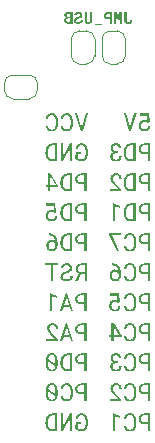
<source format=gbr>
%TF.GenerationSoftware,KiCad,Pcbnew,8.0.3*%
%TF.CreationDate,2024-08-17T22:20:40+01:00*%
%TF.ProjectId,TSSOP_Board,5453534f-505f-4426-9f61-72642e6b6963,rev?*%
%TF.SameCoordinates,Original*%
%TF.FileFunction,Legend,Bot*%
%TF.FilePolarity,Positive*%
%FSLAX46Y46*%
G04 Gerber Fmt 4.6, Leading zero omitted, Abs format (unit mm)*
G04 Created by KiCad (PCBNEW 8.0.3) date 2024-08-17 22:20:40*
%MOMM*%
%LPD*%
G01*
G04 APERTURE LIST*
%ADD10C,0.200000*%
%ADD11C,0.187500*%
%ADD12C,0.120000*%
G04 APERTURE END LIST*
D10*
G36*
X120488680Y-46404825D02*
G01*
X120488680Y-47097986D01*
X120494725Y-47148041D01*
X120499426Y-47163688D01*
X120522372Y-47207656D01*
X120529224Y-47216200D01*
X120567697Y-47246687D01*
X120576119Y-47250882D01*
X120624279Y-47263136D01*
X120636447Y-47263583D01*
X120685258Y-47258849D01*
X120706544Y-47252592D01*
X120747355Y-47225699D01*
X120753195Y-47218886D01*
X120773955Y-47173457D01*
X120780554Y-47123994D01*
X120780794Y-47110931D01*
X120974479Y-47110931D01*
X120971147Y-47161991D01*
X120961060Y-47212360D01*
X120949077Y-47246486D01*
X120925611Y-47290014D01*
X120893127Y-47329497D01*
X120879713Y-47341741D01*
X120837832Y-47371814D01*
X120792831Y-47393125D01*
X120773955Y-47399626D01*
X120725538Y-47411235D01*
X120673343Y-47417486D01*
X120636447Y-47418677D01*
X120584228Y-47415414D01*
X120534552Y-47405625D01*
X120502846Y-47395474D01*
X120454942Y-47373279D01*
X120412441Y-47344796D01*
X120394646Y-47329528D01*
X120360563Y-47292180D01*
X120332929Y-47249591D01*
X120322350Y-47228168D01*
X120304992Y-47178286D01*
X120296555Y-47128592D01*
X120294995Y-47097986D01*
X120295728Y-46404825D01*
X120488680Y-46404825D01*
G37*
G36*
X119883446Y-46404825D02*
G01*
X120123292Y-46404825D01*
X120123292Y-47405000D01*
X119945972Y-47405000D01*
X119945972Y-47108977D01*
X119954276Y-46659570D01*
X119836796Y-47075272D01*
X119741297Y-47075272D01*
X119610138Y-46641008D01*
X119618442Y-47108977D01*
X119618442Y-47405000D01*
X119441122Y-47405000D01*
X119441122Y-46404825D01*
X119680969Y-46404825D01*
X119788680Y-46780471D01*
X119883446Y-46404825D01*
G37*
G36*
X119267954Y-47405000D02*
G01*
X119075002Y-47405000D01*
X119075002Y-47038147D01*
X118925770Y-47038147D01*
X118876311Y-47035881D01*
X118825432Y-47028154D01*
X118778247Y-47014944D01*
X118731467Y-46994748D01*
X118686835Y-46966978D01*
X118665407Y-46949487D01*
X118631565Y-46913527D01*
X118604657Y-46872328D01*
X118594576Y-46851545D01*
X118578288Y-46803416D01*
X118570304Y-46751900D01*
X118569471Y-46728447D01*
X118763837Y-46728447D01*
X118770966Y-46777578D01*
X118773851Y-46786332D01*
X118798802Y-46830010D01*
X118803648Y-46835425D01*
X118843437Y-46864386D01*
X118854451Y-46869375D01*
X118903539Y-46880621D01*
X118925770Y-46881587D01*
X119075002Y-46881587D01*
X119075002Y-46561385D01*
X118925770Y-46561385D01*
X118876542Y-46567065D01*
X118854451Y-46574574D01*
X118813092Y-46600763D01*
X118803648Y-46610233D01*
X118777875Y-46652143D01*
X118773851Y-46663234D01*
X118764463Y-46711182D01*
X118763837Y-46728447D01*
X118569471Y-46728447D01*
X118569419Y-46726981D01*
X118572957Y-46674763D01*
X118583570Y-46626185D01*
X118594576Y-46595823D01*
X118618285Y-46550540D01*
X118648926Y-46510739D01*
X118665407Y-46494218D01*
X118706653Y-46463108D01*
X118750307Y-46439758D01*
X118778247Y-46428517D01*
X118825432Y-46415028D01*
X118876311Y-46407139D01*
X118925770Y-46404825D01*
X119267954Y-46404825D01*
X119267954Y-47405000D01*
G37*
G36*
X117802008Y-47553988D02*
G01*
X117802008Y-47405000D01*
X118428491Y-47405000D01*
X118428491Y-47553988D01*
X117802008Y-47553988D01*
G37*
G36*
X116933481Y-46404825D02*
G01*
X117125211Y-46404825D01*
X117125944Y-47067700D01*
X117129551Y-47118945D01*
X117136202Y-47153674D01*
X117154942Y-47200507D01*
X117165023Y-47215467D01*
X117201892Y-47247512D01*
X117210208Y-47251615D01*
X117259423Y-47263162D01*
X117272246Y-47263583D01*
X117321434Y-47255584D01*
X117329398Y-47252348D01*
X117368997Y-47220949D01*
X117371164Y-47218154D01*
X117393787Y-47173732D01*
X117399008Y-47155628D01*
X117407015Y-47106366D01*
X117409022Y-47067700D01*
X117409510Y-46404825D01*
X117602706Y-46404825D01*
X117603439Y-47067700D01*
X117601125Y-47118295D01*
X117593236Y-47169871D01*
X117579747Y-47217177D01*
X117559197Y-47263350D01*
X117530654Y-47306782D01*
X117512581Y-47327330D01*
X117474553Y-47360139D01*
X117430721Y-47385934D01*
X117408533Y-47395474D01*
X117360860Y-47409613D01*
X117309065Y-47417227D01*
X117272246Y-47418677D01*
X117219079Y-47415935D01*
X117170068Y-47407710D01*
X117129119Y-47395474D01*
X117084537Y-47374797D01*
X117042287Y-47345421D01*
X117022141Y-47326598D01*
X116990362Y-47287054D01*
X116965273Y-47240657D01*
X116955951Y-47216933D01*
X116942880Y-47169766D01*
X116935234Y-47118271D01*
X116932992Y-47067700D01*
X116933481Y-46404825D01*
G37*
G36*
X116240320Y-47143904D02*
G01*
X116250634Y-47191832D01*
X116251311Y-47193241D01*
X116283062Y-47231099D01*
X116328071Y-47254257D01*
X116333620Y-47256011D01*
X116383125Y-47264255D01*
X116401764Y-47264804D01*
X116450604Y-47261446D01*
X116481143Y-47255279D01*
X116527554Y-47235683D01*
X116542692Y-47224993D01*
X116575299Y-47187623D01*
X116583237Y-47172236D01*
X116596470Y-47124131D01*
X116598868Y-47094567D01*
X116788645Y-47094567D01*
X116785124Y-47145598D01*
X116773251Y-47195870D01*
X116758847Y-47229877D01*
X116730891Y-47274212D01*
X116695840Y-47313548D01*
X116677270Y-47330017D01*
X116633959Y-47359635D01*
X116589611Y-47381535D01*
X116550020Y-47395718D01*
X116499442Y-47408372D01*
X116448461Y-47415774D01*
X116401764Y-47417944D01*
X116350759Y-47415809D01*
X116298278Y-47408607D01*
X116261080Y-47399870D01*
X116211475Y-47382125D01*
X116167835Y-47358655D01*
X116149706Y-47345893D01*
X116112767Y-47312246D01*
X116083588Y-47272429D01*
X116076677Y-47259919D01*
X116058478Y-47212235D01*
X116050704Y-47162933D01*
X116050054Y-47142683D01*
X116054210Y-47092260D01*
X116068224Y-47042126D01*
X116085225Y-47007861D01*
X116114821Y-46966107D01*
X116151217Y-46928405D01*
X116179259Y-46905523D01*
X116222986Y-46878960D01*
X116265232Y-46858384D01*
X116313104Y-46839211D01*
X116360202Y-46824120D01*
X116363418Y-46823213D01*
X116411715Y-46808717D01*
X116449636Y-46795125D01*
X116494701Y-46773777D01*
X116514360Y-46761420D01*
X116550656Y-46727854D01*
X116555393Y-46720875D01*
X116569260Y-46673563D01*
X116569315Y-46670073D01*
X116559458Y-46621686D01*
X116558812Y-46620247D01*
X116528822Y-46581022D01*
X116527549Y-46579947D01*
X116484540Y-46556733D01*
X116477235Y-46554302D01*
X116427364Y-46545601D01*
X116408603Y-46545020D01*
X116358309Y-46549964D01*
X116335574Y-46556500D01*
X116291383Y-46580400D01*
X116283062Y-46587519D01*
X116254585Y-46629406D01*
X116251799Y-46636367D01*
X116240463Y-46685719D01*
X116239587Y-46698161D01*
X116051520Y-46698161D01*
X116055195Y-46649182D01*
X116067471Y-46599688D01*
X116077654Y-46574574D01*
X116102274Y-46531232D01*
X116133666Y-46492888D01*
X116150438Y-46476877D01*
X116191365Y-46446917D01*
X116238338Y-46422924D01*
X116262057Y-46413862D01*
X116312638Y-46400020D01*
X116362263Y-46392944D01*
X116405184Y-46391147D01*
X116455910Y-46393456D01*
X116508220Y-46401242D01*
X116545379Y-46410687D01*
X116591335Y-46427711D01*
X116635694Y-46451503D01*
X116657242Y-46466618D01*
X116694942Y-46501360D01*
X116724695Y-46541899D01*
X116731736Y-46554546D01*
X116749935Y-46601883D01*
X116757943Y-46653709D01*
X116758359Y-46669340D01*
X116753904Y-46719035D01*
X116739334Y-46768021D01*
X116738087Y-46770945D01*
X116712930Y-46815580D01*
X116680472Y-46853766D01*
X116678003Y-46856186D01*
X116638773Y-46888617D01*
X116594476Y-46916722D01*
X116575421Y-46927016D01*
X116529732Y-46948027D01*
X116479309Y-46966729D01*
X116429364Y-46981727D01*
X116380088Y-46996931D01*
X116339726Y-47013234D01*
X116296372Y-47037687D01*
X116280864Y-47049870D01*
X116251453Y-47089464D01*
X116249601Y-47093834D01*
X116240329Y-47142243D01*
X116240320Y-47143904D01*
G37*
G36*
X115920850Y-47405000D02*
G01*
X115556195Y-47405000D01*
X115506221Y-47403187D01*
X115454996Y-47397005D01*
X115407696Y-47386437D01*
X115361053Y-47369905D01*
X115316880Y-47346104D01*
X115295833Y-47330750D01*
X115259555Y-47294853D01*
X115231505Y-47252130D01*
X115225002Y-47238670D01*
X115209030Y-47191198D01*
X115201514Y-47142368D01*
X115200334Y-47111664D01*
X115200471Y-47110198D01*
X115393285Y-47110198D01*
X115400864Y-47158793D01*
X115404765Y-47168817D01*
X115433955Y-47209724D01*
X115437982Y-47213269D01*
X115482306Y-47237755D01*
X115487807Y-47239647D01*
X115537038Y-47248577D01*
X115555463Y-47249173D01*
X115727165Y-47249173D01*
X115727165Y-46963897D01*
X115547158Y-46963897D01*
X115496605Y-46969522D01*
X115477061Y-46975132D01*
X115433757Y-46999816D01*
X115428945Y-47004441D01*
X115402942Y-47046544D01*
X115401834Y-47049870D01*
X115393494Y-47099903D01*
X115393285Y-47110198D01*
X115200471Y-47110198D01*
X115205067Y-47060879D01*
X115210348Y-47038635D01*
X115228976Y-46992364D01*
X115240878Y-46972934D01*
X115274238Y-46936090D01*
X115289971Y-46923597D01*
X115334316Y-46899783D01*
X115368617Y-46888426D01*
X115368617Y-46887693D01*
X115323528Y-46865341D01*
X115322211Y-46864490D01*
X115284842Y-46834204D01*
X115254129Y-46794795D01*
X115239168Y-46763862D01*
X115225944Y-46714197D01*
X115224323Y-46694009D01*
X115416000Y-46694009D01*
X115424157Y-46742681D01*
X115425281Y-46745544D01*
X115451659Y-46783890D01*
X115493941Y-46809825D01*
X115506126Y-46813932D01*
X115554567Y-46822973D01*
X115583551Y-46824434D01*
X115727165Y-46824434D01*
X115727165Y-46562117D01*
X115584283Y-46562117D01*
X115533105Y-46566173D01*
X115502950Y-46572620D01*
X115458758Y-46593503D01*
X115447507Y-46603394D01*
X115424060Y-46641252D01*
X115416032Y-46690253D01*
X115416000Y-46694009D01*
X115224323Y-46694009D01*
X115223048Y-46678133D01*
X115226689Y-46628204D01*
X115238850Y-46580084D01*
X115248938Y-46556744D01*
X115275538Y-46515063D01*
X115310460Y-46480208D01*
X115321967Y-46471503D01*
X115367167Y-46445330D01*
X115415836Y-46426971D01*
X115436272Y-46421434D01*
X115488559Y-46411313D01*
X115540170Y-46406139D01*
X115585016Y-46404825D01*
X115920850Y-46404825D01*
X115920850Y-47405000D01*
G37*
D11*
G36*
X122485262Y-81902500D02*
G01*
X122294386Y-81902500D01*
X122294386Y-81300563D01*
X121998730Y-81300563D01*
X121924662Y-81295943D01*
X121847793Y-81281753D01*
X121807854Y-81270155D01*
X121738078Y-81241332D01*
X121671320Y-81200419D01*
X121649585Y-81183326D01*
X121595429Y-81128659D01*
X121552212Y-81064035D01*
X121541874Y-81043742D01*
X121516256Y-80972059D01*
X121504200Y-80898591D01*
X121502397Y-80854698D01*
X121692816Y-80854698D01*
X121701082Y-80930017D01*
X121716263Y-80975598D01*
X121754288Y-81038379D01*
X121780377Y-81065724D01*
X121844054Y-81108637D01*
X121877464Y-81122876D01*
X121950765Y-81140622D01*
X121998730Y-81144125D01*
X122294386Y-81144125D01*
X122294386Y-80558675D01*
X121998730Y-80558675D01*
X121923907Y-80566955D01*
X121876731Y-80580657D01*
X121809472Y-80615158D01*
X121779278Y-80639275D01*
X121732335Y-80699458D01*
X121716263Y-80731966D01*
X121696113Y-80805496D01*
X121692816Y-80854698D01*
X121502397Y-80854698D01*
X121502307Y-80852500D01*
X121507871Y-80774893D01*
X121526457Y-80698610D01*
X121541874Y-80660891D01*
X121578739Y-80597436D01*
X121628988Y-80538972D01*
X121649585Y-80520573D01*
X121713238Y-80476325D01*
X121780130Y-80444404D01*
X121807854Y-80434478D01*
X121882835Y-80414664D01*
X121961322Y-80404041D01*
X121998730Y-80402238D01*
X122485262Y-80402238D01*
X122485262Y-81902500D01*
G37*
G36*
X120270590Y-81451139D02*
G01*
X120461466Y-81451139D01*
X120476059Y-81524671D01*
X120493339Y-81577534D01*
X120527743Y-81644052D01*
X120554156Y-81677918D01*
X120611580Y-81726297D01*
X120647579Y-81744963D01*
X120719941Y-81764540D01*
X120777638Y-81768410D01*
X120853664Y-81760661D01*
X120898538Y-81746428D01*
X120962829Y-81707907D01*
X120987931Y-81685245D01*
X121034087Y-81626810D01*
X121050946Y-81596585D01*
X121079218Y-81527072D01*
X121090879Y-81488142D01*
X121106822Y-81416471D01*
X121113228Y-81372370D01*
X121119043Y-81296050D01*
X121119822Y-81257332D01*
X121119822Y-81046306D01*
X121116982Y-80971639D01*
X121113228Y-80931268D01*
X121101235Y-80858224D01*
X121090879Y-80815497D01*
X121066424Y-80743647D01*
X121050213Y-80708152D01*
X121009393Y-80644522D01*
X120986832Y-80619492D01*
X120925881Y-80573048D01*
X120897806Y-80559408D01*
X120826479Y-80540203D01*
X120777638Y-80537060D01*
X120703526Y-80544194D01*
X120647579Y-80562339D01*
X120585154Y-80601380D01*
X120554156Y-80631948D01*
X120512539Y-80693085D01*
X120493339Y-80735263D01*
X120471145Y-80808101D01*
X120461466Y-80861659D01*
X120270590Y-80861659D01*
X120283642Y-80784001D01*
X120304112Y-80711495D01*
X120321881Y-80666020D01*
X120357308Y-80598095D01*
X120401080Y-80538394D01*
X120424096Y-80513613D01*
X120484894Y-80463944D01*
X120549763Y-80427619D01*
X120576870Y-80416160D01*
X120652776Y-80393862D01*
X120729713Y-80383369D01*
X120777638Y-80381721D01*
X120850819Y-80386075D01*
X120922866Y-80400500D01*
X120946898Y-80408100D01*
X121017881Y-80439241D01*
X121080621Y-80480640D01*
X121136125Y-80531106D01*
X121183203Y-80590183D01*
X121222313Y-80656311D01*
X121252157Y-80723298D01*
X121253912Y-80727936D01*
X121277482Y-80799006D01*
X121294612Y-80873458D01*
X121296410Y-80883640D01*
X121306644Y-80960293D01*
X121311243Y-81037750D01*
X121311431Y-81048138D01*
X121311431Y-81257332D01*
X121307583Y-81335240D01*
X121298100Y-81412343D01*
X121296410Y-81422562D01*
X121280138Y-81497202D01*
X121257426Y-81568621D01*
X121253912Y-81577901D01*
X121224508Y-81645129D01*
X121185868Y-81711338D01*
X121183203Y-81715287D01*
X121136125Y-81773814D01*
X121080621Y-81824098D01*
X121017698Y-81865588D01*
X120946166Y-81897004D01*
X120871365Y-81915675D01*
X120794869Y-81922787D01*
X120777638Y-81923016D01*
X120699414Y-81918173D01*
X120626856Y-81903644D01*
X120581633Y-81888578D01*
X120513764Y-81855880D01*
X120453635Y-81813751D01*
X120428493Y-81791125D01*
X120377022Y-81732180D01*
X120337515Y-81668906D01*
X120324445Y-81642381D01*
X120296116Y-81568754D01*
X120277800Y-81495853D01*
X120270590Y-81451139D01*
G37*
G36*
X119363838Y-81902500D02*
G01*
X119363838Y-80402238D01*
X119379226Y-80402238D01*
X119947090Y-80620591D01*
X119947090Y-80794980D01*
X119554348Y-80645504D01*
X119554348Y-81902500D01*
X119363838Y-81902500D01*
G37*
G36*
X122485262Y-79362500D02*
G01*
X122294386Y-79362500D01*
X122294386Y-78760563D01*
X121998730Y-78760563D01*
X121924662Y-78755943D01*
X121847793Y-78741753D01*
X121807854Y-78730155D01*
X121738078Y-78701332D01*
X121671320Y-78660419D01*
X121649585Y-78643326D01*
X121595429Y-78588659D01*
X121552212Y-78524035D01*
X121541874Y-78503742D01*
X121516256Y-78432059D01*
X121504200Y-78358591D01*
X121502397Y-78314698D01*
X121692816Y-78314698D01*
X121701082Y-78390017D01*
X121716263Y-78435598D01*
X121754288Y-78498379D01*
X121780377Y-78525724D01*
X121844054Y-78568637D01*
X121877464Y-78582876D01*
X121950765Y-78600622D01*
X121998730Y-78604125D01*
X122294386Y-78604125D01*
X122294386Y-78018675D01*
X121998730Y-78018675D01*
X121923907Y-78026955D01*
X121876731Y-78040657D01*
X121809472Y-78075158D01*
X121779278Y-78099275D01*
X121732335Y-78159458D01*
X121716263Y-78191966D01*
X121696113Y-78265496D01*
X121692816Y-78314698D01*
X121502397Y-78314698D01*
X121502307Y-78312500D01*
X121507871Y-78234893D01*
X121526457Y-78158610D01*
X121541874Y-78120891D01*
X121578739Y-78057436D01*
X121628988Y-77998972D01*
X121649585Y-77980573D01*
X121713238Y-77936325D01*
X121780130Y-77904404D01*
X121807854Y-77894478D01*
X121882835Y-77874664D01*
X121961322Y-77864041D01*
X121998730Y-77862238D01*
X122485262Y-77862238D01*
X122485262Y-79362500D01*
G37*
G36*
X120270590Y-78911139D02*
G01*
X120461466Y-78911139D01*
X120476059Y-78984671D01*
X120493339Y-79037534D01*
X120527743Y-79104052D01*
X120554156Y-79137918D01*
X120611580Y-79186297D01*
X120647579Y-79204963D01*
X120719941Y-79224540D01*
X120777638Y-79228410D01*
X120853664Y-79220661D01*
X120898538Y-79206428D01*
X120962829Y-79167907D01*
X120987931Y-79145245D01*
X121034087Y-79086810D01*
X121050946Y-79056585D01*
X121079218Y-78987072D01*
X121090879Y-78948142D01*
X121106822Y-78876471D01*
X121113228Y-78832370D01*
X121119043Y-78756050D01*
X121119822Y-78717332D01*
X121119822Y-78506306D01*
X121116982Y-78431639D01*
X121113228Y-78391268D01*
X121101235Y-78318224D01*
X121090879Y-78275497D01*
X121066424Y-78203647D01*
X121050213Y-78168152D01*
X121009393Y-78104522D01*
X120986832Y-78079492D01*
X120925881Y-78033048D01*
X120897806Y-78019408D01*
X120826479Y-78000203D01*
X120777638Y-77997060D01*
X120703526Y-78004194D01*
X120647579Y-78022339D01*
X120585154Y-78061380D01*
X120554156Y-78091948D01*
X120512539Y-78153085D01*
X120493339Y-78195263D01*
X120471145Y-78268101D01*
X120461466Y-78321659D01*
X120270590Y-78321659D01*
X120283642Y-78244001D01*
X120304112Y-78171495D01*
X120321881Y-78126020D01*
X120357308Y-78058095D01*
X120401080Y-77998394D01*
X120424096Y-77973613D01*
X120484894Y-77923944D01*
X120549763Y-77887619D01*
X120576870Y-77876160D01*
X120652776Y-77853862D01*
X120729713Y-77843369D01*
X120777638Y-77841721D01*
X120850819Y-77846075D01*
X120922866Y-77860500D01*
X120946898Y-77868100D01*
X121017881Y-77899241D01*
X121080621Y-77940640D01*
X121136125Y-77991106D01*
X121183203Y-78050183D01*
X121222313Y-78116311D01*
X121252157Y-78183298D01*
X121253912Y-78187936D01*
X121277482Y-78259006D01*
X121294612Y-78333458D01*
X121296410Y-78343640D01*
X121306644Y-78420293D01*
X121311243Y-78497750D01*
X121311431Y-78508138D01*
X121311431Y-78717332D01*
X121307583Y-78795240D01*
X121298100Y-78872343D01*
X121296410Y-78882562D01*
X121280138Y-78957202D01*
X121257426Y-79028621D01*
X121253912Y-79037901D01*
X121224508Y-79105129D01*
X121185868Y-79171338D01*
X121183203Y-79175287D01*
X121136125Y-79233814D01*
X121080621Y-79284098D01*
X121017698Y-79325588D01*
X120946166Y-79357004D01*
X120871365Y-79375675D01*
X120794869Y-79382787D01*
X120777638Y-79383016D01*
X120699414Y-79378173D01*
X120626856Y-79363644D01*
X120581633Y-79348578D01*
X120513764Y-79315880D01*
X120453635Y-79273751D01*
X120428493Y-79251125D01*
X120377022Y-79192180D01*
X120337515Y-79128906D01*
X120324445Y-79102381D01*
X120296116Y-79028754D01*
X120277800Y-78955853D01*
X120270590Y-78911139D01*
G37*
G36*
X119061954Y-79362500D02*
G01*
X119061954Y-79206795D01*
X119815199Y-79206795D01*
X119412198Y-78770088D01*
X119360512Y-78711962D01*
X119311241Y-78653675D01*
X119304854Y-78645891D01*
X119259425Y-78587099D01*
X119216824Y-78523501D01*
X119214362Y-78519495D01*
X119178221Y-78451350D01*
X119153545Y-78390535D01*
X119135178Y-78316295D01*
X119130831Y-78257911D01*
X119136861Y-78181966D01*
X119156707Y-78106356D01*
X119162338Y-78091948D01*
X119197833Y-78025015D01*
X119245242Y-77967098D01*
X119252464Y-77960057D01*
X119313477Y-77913244D01*
X119380736Y-77879283D01*
X119396445Y-77873229D01*
X119468951Y-77852829D01*
X119541998Y-77843229D01*
X119587321Y-77841721D01*
X119663717Y-77846094D01*
X119740345Y-77860837D01*
X119793217Y-77878724D01*
X119861728Y-77913082D01*
X119924960Y-77959685D01*
X119944892Y-77978742D01*
X119994280Y-78037696D01*
X120032167Y-78104926D01*
X120040879Y-78125654D01*
X120063419Y-78201168D01*
X120073047Y-78275055D01*
X120073852Y-78304439D01*
X119882244Y-78304439D01*
X119876564Y-78229710D01*
X119864292Y-78177677D01*
X119832202Y-78110245D01*
X119808971Y-78080591D01*
X119750599Y-78035001D01*
X119718113Y-78019774D01*
X119645315Y-78001726D01*
X119587321Y-77998159D01*
X119511902Y-78007310D01*
X119476678Y-78019408D01*
X119413489Y-78057524D01*
X119392781Y-78076561D01*
X119350741Y-78137835D01*
X119340757Y-78161557D01*
X119324226Y-78235346D01*
X119322806Y-78265971D01*
X119330891Y-78340807D01*
X119334163Y-78354265D01*
X119361175Y-78423924D01*
X119372265Y-78444391D01*
X119412565Y-78508132D01*
X119443339Y-78549537D01*
X119493073Y-78610354D01*
X119541440Y-78665702D01*
X119553615Y-78679230D01*
X120044909Y-79225479D01*
X120044909Y-79362500D01*
X119061954Y-79362500D01*
G37*
G36*
X122485262Y-76822500D02*
G01*
X122294386Y-76822500D01*
X122294386Y-76220563D01*
X121998730Y-76220563D01*
X121924662Y-76215943D01*
X121847793Y-76201753D01*
X121807854Y-76190155D01*
X121738078Y-76161332D01*
X121671320Y-76120419D01*
X121649585Y-76103326D01*
X121595429Y-76048659D01*
X121552212Y-75984035D01*
X121541874Y-75963742D01*
X121516256Y-75892059D01*
X121504200Y-75818591D01*
X121502397Y-75774698D01*
X121692816Y-75774698D01*
X121701082Y-75850017D01*
X121716263Y-75895598D01*
X121754288Y-75958379D01*
X121780377Y-75985724D01*
X121844054Y-76028637D01*
X121877464Y-76042876D01*
X121950765Y-76060622D01*
X121998730Y-76064125D01*
X122294386Y-76064125D01*
X122294386Y-75478675D01*
X121998730Y-75478675D01*
X121923907Y-75486955D01*
X121876731Y-75500657D01*
X121809472Y-75535158D01*
X121779278Y-75559275D01*
X121732335Y-75619458D01*
X121716263Y-75651966D01*
X121696113Y-75725496D01*
X121692816Y-75774698D01*
X121502397Y-75774698D01*
X121502307Y-75772500D01*
X121507871Y-75694893D01*
X121526457Y-75618610D01*
X121541874Y-75580891D01*
X121578739Y-75517436D01*
X121628988Y-75458972D01*
X121649585Y-75440573D01*
X121713238Y-75396325D01*
X121780130Y-75364404D01*
X121807854Y-75354478D01*
X121882835Y-75334664D01*
X121961322Y-75324041D01*
X121998730Y-75322238D01*
X122485262Y-75322238D01*
X122485262Y-76822500D01*
G37*
G36*
X120270590Y-76371139D02*
G01*
X120461466Y-76371139D01*
X120476059Y-76444671D01*
X120493339Y-76497534D01*
X120527743Y-76564052D01*
X120554156Y-76597918D01*
X120611580Y-76646297D01*
X120647579Y-76664963D01*
X120719941Y-76684540D01*
X120777638Y-76688410D01*
X120853664Y-76680661D01*
X120898538Y-76666428D01*
X120962829Y-76627907D01*
X120987931Y-76605245D01*
X121034087Y-76546810D01*
X121050946Y-76516585D01*
X121079218Y-76447072D01*
X121090879Y-76408142D01*
X121106822Y-76336471D01*
X121113228Y-76292370D01*
X121119043Y-76216050D01*
X121119822Y-76177332D01*
X121119822Y-75966306D01*
X121116982Y-75891639D01*
X121113228Y-75851268D01*
X121101235Y-75778224D01*
X121090879Y-75735497D01*
X121066424Y-75663647D01*
X121050213Y-75628152D01*
X121009393Y-75564522D01*
X120986832Y-75539492D01*
X120925881Y-75493048D01*
X120897806Y-75479408D01*
X120826479Y-75460203D01*
X120777638Y-75457060D01*
X120703526Y-75464194D01*
X120647579Y-75482339D01*
X120585154Y-75521380D01*
X120554156Y-75551948D01*
X120512539Y-75613085D01*
X120493339Y-75655263D01*
X120471145Y-75728101D01*
X120461466Y-75781659D01*
X120270590Y-75781659D01*
X120283642Y-75704001D01*
X120304112Y-75631495D01*
X120321881Y-75586020D01*
X120357308Y-75518095D01*
X120401080Y-75458394D01*
X120424096Y-75433613D01*
X120484894Y-75383944D01*
X120549763Y-75347619D01*
X120576870Y-75336160D01*
X120652776Y-75313862D01*
X120729713Y-75303369D01*
X120777638Y-75301721D01*
X120850819Y-75306075D01*
X120922866Y-75320500D01*
X120946898Y-75328100D01*
X121017881Y-75359241D01*
X121080621Y-75400640D01*
X121136125Y-75451106D01*
X121183203Y-75510183D01*
X121222313Y-75576311D01*
X121252157Y-75643298D01*
X121253912Y-75647936D01*
X121277482Y-75719006D01*
X121294612Y-75793458D01*
X121296410Y-75803640D01*
X121306644Y-75880293D01*
X121311243Y-75957750D01*
X121311431Y-75968138D01*
X121311431Y-76177332D01*
X121307583Y-76255240D01*
X121298100Y-76332343D01*
X121296410Y-76342562D01*
X121280138Y-76417202D01*
X121257426Y-76488621D01*
X121253912Y-76497901D01*
X121224508Y-76565129D01*
X121185868Y-76631338D01*
X121183203Y-76635287D01*
X121136125Y-76693814D01*
X121080621Y-76744098D01*
X121017698Y-76785588D01*
X120946166Y-76817004D01*
X120871365Y-76835675D01*
X120794869Y-76842787D01*
X120777638Y-76843016D01*
X120699414Y-76838173D01*
X120626856Y-76823644D01*
X120581633Y-76808578D01*
X120513764Y-76775880D01*
X120453635Y-76733751D01*
X120428493Y-76711125D01*
X120377022Y-76652180D01*
X120337515Y-76588906D01*
X120324445Y-76562381D01*
X120296116Y-76488754D01*
X120277800Y-76415853D01*
X120270590Y-76371139D01*
G37*
G36*
X119759512Y-75980594D02*
G01*
X119759512Y-76135200D01*
X119623591Y-76135200D01*
X119547341Y-76140417D01*
X119493165Y-76151687D01*
X119422682Y-76180898D01*
X119391682Y-76202245D01*
X119341971Y-76259929D01*
X119327568Y-76287241D01*
X119307418Y-76358339D01*
X119304121Y-76408142D01*
X119310497Y-76482073D01*
X119324271Y-76531240D01*
X119361943Y-76597318D01*
X119381424Y-76618435D01*
X119442754Y-76659719D01*
X119471183Y-76670825D01*
X119545310Y-76685686D01*
X119588420Y-76687677D01*
X119664898Y-76680379D01*
X119706389Y-76668993D01*
X119774425Y-76634185D01*
X119796515Y-76616236D01*
X119842882Y-76557435D01*
X119854034Y-76534171D01*
X119871885Y-76462497D01*
X119873817Y-76426826D01*
X120064693Y-76426826D01*
X120058465Y-76503630D01*
X120037829Y-76578362D01*
X120026958Y-76603047D01*
X119988960Y-76666129D01*
X119937199Y-76723601D01*
X119925475Y-76733839D01*
X119865208Y-76775734D01*
X119795965Y-76807811D01*
X119774533Y-76815172D01*
X119701752Y-76833200D01*
X119625102Y-76842037D01*
X119588420Y-76843016D01*
X119514763Y-76838894D01*
X119439271Y-76825127D01*
X119400475Y-76813707D01*
X119328667Y-76782802D01*
X119265836Y-76741378D01*
X119249533Y-76727611D01*
X119199083Y-76673976D01*
X119159293Y-76610523D01*
X119149882Y-76590591D01*
X119126398Y-76520578D01*
X119114887Y-76442704D01*
X119113612Y-76404112D01*
X119119668Y-76329476D01*
X119125335Y-76300064D01*
X119149594Y-76230279D01*
X119166002Y-76200047D01*
X119213636Y-76141961D01*
X119245136Y-76114684D01*
X119307720Y-76076340D01*
X119367136Y-76052768D01*
X119300986Y-76017794D01*
X119262722Y-75988654D01*
X119211962Y-75935317D01*
X119190914Y-75905490D01*
X119157392Y-75838995D01*
X119149882Y-75816097D01*
X119136803Y-75742423D01*
X119136326Y-75725971D01*
X119140963Y-75651439D01*
X119156451Y-75578603D01*
X119169299Y-75542789D01*
X119206087Y-75473972D01*
X119254629Y-75416587D01*
X119261989Y-75409799D01*
X119323207Y-75365449D01*
X119389785Y-75334514D01*
X119405237Y-75329199D01*
X119481443Y-75310415D01*
X119558358Y-75302392D01*
X119589519Y-75301721D01*
X119664875Y-75306307D01*
X119740465Y-75321623D01*
X119778563Y-75334328D01*
X119848306Y-75367026D01*
X119908794Y-75408700D01*
X119924376Y-75422255D01*
X119975434Y-75479416D01*
X120014579Y-75545109D01*
X120018898Y-75554513D01*
X120042828Y-75627703D01*
X120052107Y-75705080D01*
X120052237Y-75715713D01*
X119860628Y-75715713D01*
X119851451Y-75640481D01*
X119841211Y-75609834D01*
X119802262Y-75546018D01*
X119785157Y-75528135D01*
X119724501Y-75486438D01*
X119700527Y-75476477D01*
X119626491Y-75459948D01*
X119589519Y-75458159D01*
X119516332Y-75464456D01*
X119477778Y-75474279D01*
X119410909Y-75508957D01*
X119395712Y-75522273D01*
X119352761Y-75584079D01*
X119344421Y-75605071D01*
X119328913Y-75677883D01*
X119326836Y-75721941D01*
X119336186Y-75795694D01*
X119346619Y-75826355D01*
X119385637Y-75889622D01*
X119403039Y-75907322D01*
X119466706Y-75948919D01*
X119496462Y-75961177D01*
X119571882Y-75977864D01*
X119623591Y-75980594D01*
X119759512Y-75980594D01*
G37*
G36*
X122485262Y-74282500D02*
G01*
X122294386Y-74282500D01*
X122294386Y-73680563D01*
X121998730Y-73680563D01*
X121924662Y-73675943D01*
X121847793Y-73661753D01*
X121807854Y-73650155D01*
X121738078Y-73621332D01*
X121671320Y-73580419D01*
X121649585Y-73563326D01*
X121595429Y-73508659D01*
X121552212Y-73444035D01*
X121541874Y-73423742D01*
X121516256Y-73352059D01*
X121504200Y-73278591D01*
X121502397Y-73234698D01*
X121692816Y-73234698D01*
X121701082Y-73310017D01*
X121716263Y-73355598D01*
X121754288Y-73418379D01*
X121780377Y-73445724D01*
X121844054Y-73488637D01*
X121877464Y-73502876D01*
X121950765Y-73520622D01*
X121998730Y-73524125D01*
X122294386Y-73524125D01*
X122294386Y-72938675D01*
X121998730Y-72938675D01*
X121923907Y-72946955D01*
X121876731Y-72960657D01*
X121809472Y-72995158D01*
X121779278Y-73019275D01*
X121732335Y-73079458D01*
X121716263Y-73111966D01*
X121696113Y-73185496D01*
X121692816Y-73234698D01*
X121502397Y-73234698D01*
X121502307Y-73232500D01*
X121507871Y-73154893D01*
X121526457Y-73078610D01*
X121541874Y-73040891D01*
X121578739Y-72977436D01*
X121628988Y-72918972D01*
X121649585Y-72900573D01*
X121713238Y-72856325D01*
X121780130Y-72824404D01*
X121807854Y-72814478D01*
X121882835Y-72794664D01*
X121961322Y-72784041D01*
X121998730Y-72782238D01*
X122485262Y-72782238D01*
X122485262Y-74282500D01*
G37*
G36*
X120270590Y-73831139D02*
G01*
X120461466Y-73831139D01*
X120476059Y-73904671D01*
X120493339Y-73957534D01*
X120527743Y-74024052D01*
X120554156Y-74057918D01*
X120611580Y-74106297D01*
X120647579Y-74124963D01*
X120719941Y-74144540D01*
X120777638Y-74148410D01*
X120853664Y-74140661D01*
X120898538Y-74126428D01*
X120962829Y-74087907D01*
X120987931Y-74065245D01*
X121034087Y-74006810D01*
X121050946Y-73976585D01*
X121079218Y-73907072D01*
X121090879Y-73868142D01*
X121106822Y-73796471D01*
X121113228Y-73752370D01*
X121119043Y-73676050D01*
X121119822Y-73637332D01*
X121119822Y-73426306D01*
X121116982Y-73351639D01*
X121113228Y-73311268D01*
X121101235Y-73238224D01*
X121090879Y-73195497D01*
X121066424Y-73123647D01*
X121050213Y-73088152D01*
X121009393Y-73024522D01*
X120986832Y-72999492D01*
X120925881Y-72953048D01*
X120897806Y-72939408D01*
X120826479Y-72920203D01*
X120777638Y-72917060D01*
X120703526Y-72924194D01*
X120647579Y-72942339D01*
X120585154Y-72981380D01*
X120554156Y-73011948D01*
X120512539Y-73073085D01*
X120493339Y-73115263D01*
X120471145Y-73188101D01*
X120461466Y-73241659D01*
X120270590Y-73241659D01*
X120283642Y-73164001D01*
X120304112Y-73091495D01*
X120321881Y-73046020D01*
X120357308Y-72978095D01*
X120401080Y-72918394D01*
X120424096Y-72893613D01*
X120484894Y-72843944D01*
X120549763Y-72807619D01*
X120576870Y-72796160D01*
X120652776Y-72773862D01*
X120729713Y-72763369D01*
X120777638Y-72761721D01*
X120850819Y-72766075D01*
X120922866Y-72780500D01*
X120946898Y-72788100D01*
X121017881Y-72819241D01*
X121080621Y-72860640D01*
X121136125Y-72911106D01*
X121183203Y-72970183D01*
X121222313Y-73036311D01*
X121252157Y-73103298D01*
X121253912Y-73107936D01*
X121277482Y-73179006D01*
X121294612Y-73253458D01*
X121296410Y-73263640D01*
X121306644Y-73340293D01*
X121311243Y-73417750D01*
X121311431Y-73428138D01*
X121311431Y-73637332D01*
X121307583Y-73715240D01*
X121298100Y-73792343D01*
X121296410Y-73802562D01*
X121280138Y-73877202D01*
X121257426Y-73948621D01*
X121253912Y-73957901D01*
X121224508Y-74025129D01*
X121185868Y-74091338D01*
X121183203Y-74095287D01*
X121136125Y-74153814D01*
X121080621Y-74204098D01*
X121017698Y-74245588D01*
X120946166Y-74277004D01*
X120871365Y-74295675D01*
X120794869Y-74302787D01*
X120777638Y-74303016D01*
X120699414Y-74298173D01*
X120626856Y-74283644D01*
X120581633Y-74268578D01*
X120513764Y-74235880D01*
X120453635Y-74193751D01*
X120428493Y-74171125D01*
X120377022Y-74112180D01*
X120337515Y-74048906D01*
X120324445Y-74022381D01*
X120296116Y-73948754D01*
X120277800Y-73875853D01*
X120270590Y-73831139D01*
G37*
G36*
X120084110Y-73821980D02*
G01*
X120084110Y-73934087D01*
X119400108Y-73934087D01*
X119400108Y-74282500D01*
X119209233Y-74282500D01*
X119209233Y-73934087D01*
X119000039Y-73934087D01*
X119000039Y-73778749D01*
X119209233Y-73778749D01*
X119400108Y-73778749D01*
X119872718Y-73778749D01*
X119430883Y-73093281D01*
X119400108Y-73035762D01*
X119400108Y-73778749D01*
X119209233Y-73778749D01*
X119209233Y-72782238D01*
X119412198Y-72782238D01*
X120084110Y-73821980D01*
G37*
G36*
X122485262Y-71742500D02*
G01*
X122294386Y-71742500D01*
X122294386Y-71140563D01*
X121998730Y-71140563D01*
X121924662Y-71135943D01*
X121847793Y-71121753D01*
X121807854Y-71110155D01*
X121738078Y-71081332D01*
X121671320Y-71040419D01*
X121649585Y-71023326D01*
X121595429Y-70968659D01*
X121552212Y-70904035D01*
X121541874Y-70883742D01*
X121516256Y-70812059D01*
X121504200Y-70738591D01*
X121502397Y-70694698D01*
X121692816Y-70694698D01*
X121701082Y-70770017D01*
X121716263Y-70815598D01*
X121754288Y-70878379D01*
X121780377Y-70905724D01*
X121844054Y-70948637D01*
X121877464Y-70962876D01*
X121950765Y-70980622D01*
X121998730Y-70984125D01*
X122294386Y-70984125D01*
X122294386Y-70398675D01*
X121998730Y-70398675D01*
X121923907Y-70406955D01*
X121876731Y-70420657D01*
X121809472Y-70455158D01*
X121779278Y-70479275D01*
X121732335Y-70539458D01*
X121716263Y-70571966D01*
X121696113Y-70645496D01*
X121692816Y-70694698D01*
X121502397Y-70694698D01*
X121502307Y-70692500D01*
X121507871Y-70614893D01*
X121526457Y-70538610D01*
X121541874Y-70500891D01*
X121578739Y-70437436D01*
X121628988Y-70378972D01*
X121649585Y-70360573D01*
X121713238Y-70316325D01*
X121780130Y-70284404D01*
X121807854Y-70274478D01*
X121882835Y-70254664D01*
X121961322Y-70244041D01*
X121998730Y-70242238D01*
X122485262Y-70242238D01*
X122485262Y-71742500D01*
G37*
G36*
X120270590Y-71291139D02*
G01*
X120461466Y-71291139D01*
X120476059Y-71364671D01*
X120493339Y-71417534D01*
X120527743Y-71484052D01*
X120554156Y-71517918D01*
X120611580Y-71566297D01*
X120647579Y-71584963D01*
X120719941Y-71604540D01*
X120777638Y-71608410D01*
X120853664Y-71600661D01*
X120898538Y-71586428D01*
X120962829Y-71547907D01*
X120987931Y-71525245D01*
X121034087Y-71466810D01*
X121050946Y-71436585D01*
X121079218Y-71367072D01*
X121090879Y-71328142D01*
X121106822Y-71256471D01*
X121113228Y-71212370D01*
X121119043Y-71136050D01*
X121119822Y-71097332D01*
X121119822Y-70886306D01*
X121116982Y-70811639D01*
X121113228Y-70771268D01*
X121101235Y-70698224D01*
X121090879Y-70655497D01*
X121066424Y-70583647D01*
X121050213Y-70548152D01*
X121009393Y-70484522D01*
X120986832Y-70459492D01*
X120925881Y-70413048D01*
X120897806Y-70399408D01*
X120826479Y-70380203D01*
X120777638Y-70377060D01*
X120703526Y-70384194D01*
X120647579Y-70402339D01*
X120585154Y-70441380D01*
X120554156Y-70471948D01*
X120512539Y-70533085D01*
X120493339Y-70575263D01*
X120471145Y-70648101D01*
X120461466Y-70701659D01*
X120270590Y-70701659D01*
X120283642Y-70624001D01*
X120304112Y-70551495D01*
X120321881Y-70506020D01*
X120357308Y-70438095D01*
X120401080Y-70378394D01*
X120424096Y-70353613D01*
X120484894Y-70303944D01*
X120549763Y-70267619D01*
X120576870Y-70256160D01*
X120652776Y-70233862D01*
X120729713Y-70223369D01*
X120777638Y-70221721D01*
X120850819Y-70226075D01*
X120922866Y-70240500D01*
X120946898Y-70248100D01*
X121017881Y-70279241D01*
X121080621Y-70320640D01*
X121136125Y-70371106D01*
X121183203Y-70430183D01*
X121222313Y-70496311D01*
X121252157Y-70563298D01*
X121253912Y-70567936D01*
X121277482Y-70639006D01*
X121294612Y-70713458D01*
X121296410Y-70723640D01*
X121306644Y-70800293D01*
X121311243Y-70877750D01*
X121311431Y-70888138D01*
X121311431Y-71097332D01*
X121307583Y-71175240D01*
X121298100Y-71252343D01*
X121296410Y-71262562D01*
X121280138Y-71337202D01*
X121257426Y-71408621D01*
X121253912Y-71417901D01*
X121224508Y-71485129D01*
X121185868Y-71551338D01*
X121183203Y-71555287D01*
X121136125Y-71613814D01*
X121080621Y-71664098D01*
X121017698Y-71705588D01*
X120946166Y-71737004D01*
X120871365Y-71755675D01*
X120794869Y-71762787D01*
X120777638Y-71763016D01*
X120699414Y-71758173D01*
X120626856Y-71743644D01*
X120581633Y-71728578D01*
X120513764Y-71695880D01*
X120453635Y-71653751D01*
X120428493Y-71631125D01*
X120377022Y-71572180D01*
X120337515Y-71508906D01*
X120324445Y-71482381D01*
X120296116Y-71408754D01*
X120277800Y-71335853D01*
X120270590Y-71291139D01*
G37*
G36*
X119914117Y-70990354D02*
G01*
X119761710Y-71029555D01*
X119711518Y-70989255D01*
X119659494Y-70959213D01*
X119597212Y-70940528D01*
X119524262Y-70933628D01*
X119515513Y-70933567D01*
X119439534Y-70941798D01*
X119387652Y-70959579D01*
X119324912Y-70998935D01*
X119293863Y-71029555D01*
X119253248Y-71092037D01*
X119235611Y-71135434D01*
X119218786Y-71211012D01*
X119215461Y-71266592D01*
X119220040Y-71340323D01*
X119233779Y-71406910D01*
X119262802Y-71478065D01*
X119286535Y-71513888D01*
X119341082Y-71564197D01*
X119375196Y-71583497D01*
X119446837Y-71604277D01*
X119495729Y-71607677D01*
X119573445Y-71599885D01*
X119646474Y-71573610D01*
X119693200Y-71541732D01*
X119742333Y-71483566D01*
X119772798Y-71414949D01*
X119787355Y-71347925D01*
X119968706Y-71347925D01*
X119956736Y-71422354D01*
X119934118Y-71494847D01*
X119917781Y-71530375D01*
X119877710Y-71593607D01*
X119824816Y-71650150D01*
X119813001Y-71660068D01*
X119750163Y-71702781D01*
X119679113Y-71734063D01*
X119669020Y-71737370D01*
X119595640Y-71754902D01*
X119518473Y-71762615D01*
X119495729Y-71763016D01*
X119417254Y-71758600D01*
X119339940Y-71743711D01*
X119287635Y-71725647D01*
X119220556Y-71690149D01*
X119159408Y-71641102D01*
X119140356Y-71620867D01*
X119095316Y-71558255D01*
X119063540Y-71491326D01*
X119053894Y-71463330D01*
X119035155Y-71386135D01*
X119026336Y-71310478D01*
X119024951Y-71264394D01*
X119028631Y-71188989D01*
X119041039Y-71112259D01*
X119056092Y-71058497D01*
X119085511Y-70987363D01*
X119127064Y-70920765D01*
X119144386Y-70899495D01*
X119199734Y-70848294D01*
X119264479Y-70808173D01*
X119284704Y-70798745D01*
X119355247Y-70775262D01*
X119432925Y-70763750D01*
X119471183Y-70762475D01*
X119547662Y-70767421D01*
X119614431Y-70782259D01*
X119684642Y-70808963D01*
X119720311Y-70827322D01*
X119678179Y-70427618D01*
X119069281Y-70427618D01*
X119069281Y-70242238D01*
X119839013Y-70242238D01*
X119914117Y-70990354D01*
G37*
G36*
X122485262Y-69202500D02*
G01*
X122294386Y-69202500D01*
X122294386Y-68600563D01*
X121998730Y-68600563D01*
X121924662Y-68595943D01*
X121847793Y-68581753D01*
X121807854Y-68570155D01*
X121738078Y-68541332D01*
X121671320Y-68500419D01*
X121649585Y-68483326D01*
X121595429Y-68428659D01*
X121552212Y-68364035D01*
X121541874Y-68343742D01*
X121516256Y-68272059D01*
X121504200Y-68198591D01*
X121502397Y-68154698D01*
X121692816Y-68154698D01*
X121701082Y-68230017D01*
X121716263Y-68275598D01*
X121754288Y-68338379D01*
X121780377Y-68365724D01*
X121844054Y-68408637D01*
X121877464Y-68422876D01*
X121950765Y-68440622D01*
X121998730Y-68444125D01*
X122294386Y-68444125D01*
X122294386Y-67858675D01*
X121998730Y-67858675D01*
X121923907Y-67866955D01*
X121876731Y-67880657D01*
X121809472Y-67915158D01*
X121779278Y-67939275D01*
X121732335Y-67999458D01*
X121716263Y-68031966D01*
X121696113Y-68105496D01*
X121692816Y-68154698D01*
X121502397Y-68154698D01*
X121502307Y-68152500D01*
X121507871Y-68074893D01*
X121526457Y-67998610D01*
X121541874Y-67960891D01*
X121578739Y-67897436D01*
X121628988Y-67838972D01*
X121649585Y-67820573D01*
X121713238Y-67776325D01*
X121780130Y-67744404D01*
X121807854Y-67734478D01*
X121882835Y-67714664D01*
X121961322Y-67704041D01*
X121998730Y-67702238D01*
X122485262Y-67702238D01*
X122485262Y-69202500D01*
G37*
G36*
X120270590Y-68751139D02*
G01*
X120461466Y-68751139D01*
X120476059Y-68824671D01*
X120493339Y-68877534D01*
X120527743Y-68944052D01*
X120554156Y-68977918D01*
X120611580Y-69026297D01*
X120647579Y-69044963D01*
X120719941Y-69064540D01*
X120777638Y-69068410D01*
X120853664Y-69060661D01*
X120898538Y-69046428D01*
X120962829Y-69007907D01*
X120987931Y-68985245D01*
X121034087Y-68926810D01*
X121050946Y-68896585D01*
X121079218Y-68827072D01*
X121090879Y-68788142D01*
X121106822Y-68716471D01*
X121113228Y-68672370D01*
X121119043Y-68596050D01*
X121119822Y-68557332D01*
X121119822Y-68346306D01*
X121116982Y-68271639D01*
X121113228Y-68231268D01*
X121101235Y-68158224D01*
X121090879Y-68115497D01*
X121066424Y-68043647D01*
X121050213Y-68008152D01*
X121009393Y-67944522D01*
X120986832Y-67919492D01*
X120925881Y-67873048D01*
X120897806Y-67859408D01*
X120826479Y-67840203D01*
X120777638Y-67837060D01*
X120703526Y-67844194D01*
X120647579Y-67862339D01*
X120585154Y-67901380D01*
X120554156Y-67931948D01*
X120512539Y-67993085D01*
X120493339Y-68035263D01*
X120471145Y-68108101D01*
X120461466Y-68161659D01*
X120270590Y-68161659D01*
X120283642Y-68084001D01*
X120304112Y-68011495D01*
X120321881Y-67966020D01*
X120357308Y-67898095D01*
X120401080Y-67838394D01*
X120424096Y-67813613D01*
X120484894Y-67763944D01*
X120549763Y-67727619D01*
X120576870Y-67716160D01*
X120652776Y-67693862D01*
X120729713Y-67683369D01*
X120777638Y-67681721D01*
X120850819Y-67686075D01*
X120922866Y-67700500D01*
X120946898Y-67708100D01*
X121017881Y-67739241D01*
X121080621Y-67780640D01*
X121136125Y-67831106D01*
X121183203Y-67890183D01*
X121222313Y-67956311D01*
X121252157Y-68023298D01*
X121253912Y-68027936D01*
X121277482Y-68099006D01*
X121294612Y-68173458D01*
X121296410Y-68183640D01*
X121306644Y-68260293D01*
X121311243Y-68337750D01*
X121311431Y-68348138D01*
X121311431Y-68557332D01*
X121307583Y-68635240D01*
X121298100Y-68712343D01*
X121296410Y-68722562D01*
X121280138Y-68797202D01*
X121257426Y-68868621D01*
X121253912Y-68877901D01*
X121224508Y-68945129D01*
X121185868Y-69011338D01*
X121183203Y-69015287D01*
X121136125Y-69073814D01*
X121080621Y-69124098D01*
X121017698Y-69165588D01*
X120946166Y-69197004D01*
X120871365Y-69215675D01*
X120794869Y-69222787D01*
X120777638Y-69223016D01*
X120699414Y-69218173D01*
X120626856Y-69203644D01*
X120581633Y-69188578D01*
X120513764Y-69155880D01*
X120453635Y-69113751D01*
X120428493Y-69091125D01*
X120377022Y-69032180D01*
X120337515Y-68968906D01*
X120324445Y-68942381D01*
X120296116Y-68868754D01*
X120277800Y-68795853D01*
X120270590Y-68751139D01*
G37*
G36*
X119373982Y-67703955D02*
G01*
X119448010Y-67712404D01*
X119526202Y-67728643D01*
X119583290Y-67746202D01*
X119651580Y-67774821D01*
X119720388Y-67814777D01*
X119781754Y-67863321D01*
X119798713Y-67879558D01*
X119851083Y-67938342D01*
X119895354Y-68002176D01*
X119931526Y-68071058D01*
X119959598Y-68144989D01*
X119972003Y-68189502D01*
X119989133Y-68269141D01*
X120002056Y-68349376D01*
X120010772Y-68430207D01*
X120015280Y-68511634D01*
X120015967Y-68558431D01*
X120015967Y-68648190D01*
X120012071Y-68723206D01*
X120000382Y-68798135D01*
X119982994Y-68866177D01*
X119956342Y-68937572D01*
X119921725Y-69002646D01*
X119883343Y-69056320D01*
X119829990Y-69111915D01*
X119767567Y-69158440D01*
X119735698Y-69176854D01*
X119666112Y-69204984D01*
X119588694Y-69220131D01*
X119532732Y-69223016D01*
X119457394Y-69218297D01*
X119382613Y-69202386D01*
X119331598Y-69183082D01*
X119265469Y-69145441D01*
X119208772Y-69098004D01*
X119185785Y-69072807D01*
X119142758Y-69012677D01*
X119109526Y-68944808D01*
X119097491Y-68910874D01*
X119079631Y-68839604D01*
X119070014Y-68764832D01*
X119068506Y-68722196D01*
X119255761Y-68722196D01*
X119260827Y-68798114D01*
X119273713Y-68859949D01*
X119301101Y-68928885D01*
X119326836Y-68968759D01*
X119380744Y-69019699D01*
X119414397Y-69039834D01*
X119484836Y-69061873D01*
X119532732Y-69065479D01*
X119606498Y-69053804D01*
X119643374Y-69038368D01*
X119703996Y-68994147D01*
X119735698Y-68958135D01*
X119775819Y-68891545D01*
X119799812Y-68829174D01*
X119815840Y-68757647D01*
X119822687Y-68683695D01*
X119823259Y-68653319D01*
X119823259Y-68589572D01*
X119790424Y-68522871D01*
X119776364Y-68502744D01*
X119723834Y-68448424D01*
X119707122Y-68435699D01*
X119642069Y-68400145D01*
X119622491Y-68392834D01*
X119549720Y-68377835D01*
X119528702Y-68377081D01*
X119452982Y-68387284D01*
X119408168Y-68406024D01*
X119348099Y-68452373D01*
X119322806Y-68483326D01*
X119287085Y-68549215D01*
X119272247Y-68593968D01*
X119258482Y-68669220D01*
X119255761Y-68722196D01*
X119068506Y-68722196D01*
X119068182Y-68713037D01*
X119072294Y-68639103D01*
X119084629Y-68566136D01*
X119093095Y-68532786D01*
X119119903Y-68458784D01*
X119157369Y-68391936D01*
X119170032Y-68374150D01*
X119221663Y-68317930D01*
X119284234Y-68272369D01*
X119304121Y-68261310D01*
X119375343Y-68233557D01*
X119450210Y-68220496D01*
X119497928Y-68218445D01*
X119572391Y-68225246D01*
X119596113Y-68230535D01*
X119667964Y-68254665D01*
X119683308Y-68261676D01*
X119746117Y-68299610D01*
X119759512Y-68309670D01*
X119814609Y-68361041D01*
X119821427Y-68369021D01*
X119812944Y-68295553D01*
X119796835Y-68223528D01*
X119781860Y-68176313D01*
X119749335Y-68104342D01*
X119706531Y-68040836D01*
X119683308Y-68014380D01*
X119627620Y-67966046D01*
X119561170Y-67926418D01*
X119526870Y-67911065D01*
X119456743Y-67888956D01*
X119376831Y-67876023D01*
X119295695Y-67872231D01*
X119279208Y-67872231D01*
X119279208Y-67701139D01*
X119295695Y-67701139D01*
X119373982Y-67703955D01*
G37*
G36*
X122485262Y-66662500D02*
G01*
X122294386Y-66662500D01*
X122294386Y-66060563D01*
X121998730Y-66060563D01*
X121924662Y-66055943D01*
X121847793Y-66041753D01*
X121807854Y-66030155D01*
X121738078Y-66001332D01*
X121671320Y-65960419D01*
X121649585Y-65943326D01*
X121595429Y-65888659D01*
X121552212Y-65824035D01*
X121541874Y-65803742D01*
X121516256Y-65732059D01*
X121504200Y-65658591D01*
X121502397Y-65614698D01*
X121692816Y-65614698D01*
X121701082Y-65690017D01*
X121716263Y-65735598D01*
X121754288Y-65798379D01*
X121780377Y-65825724D01*
X121844054Y-65868637D01*
X121877464Y-65882876D01*
X121950765Y-65900622D01*
X121998730Y-65904125D01*
X122294386Y-65904125D01*
X122294386Y-65318675D01*
X121998730Y-65318675D01*
X121923907Y-65326955D01*
X121876731Y-65340657D01*
X121809472Y-65375158D01*
X121779278Y-65399275D01*
X121732335Y-65459458D01*
X121716263Y-65491966D01*
X121696113Y-65565496D01*
X121692816Y-65614698D01*
X121502397Y-65614698D01*
X121502307Y-65612500D01*
X121507871Y-65534893D01*
X121526457Y-65458610D01*
X121541874Y-65420891D01*
X121578739Y-65357436D01*
X121628988Y-65298972D01*
X121649585Y-65280573D01*
X121713238Y-65236325D01*
X121780130Y-65204404D01*
X121807854Y-65194478D01*
X121882835Y-65174664D01*
X121961322Y-65164041D01*
X121998730Y-65162238D01*
X122485262Y-65162238D01*
X122485262Y-66662500D01*
G37*
G36*
X120270590Y-66211139D02*
G01*
X120461466Y-66211139D01*
X120476059Y-66284671D01*
X120493339Y-66337534D01*
X120527743Y-66404052D01*
X120554156Y-66437918D01*
X120611580Y-66486297D01*
X120647579Y-66504963D01*
X120719941Y-66524540D01*
X120777638Y-66528410D01*
X120853664Y-66520661D01*
X120898538Y-66506428D01*
X120962829Y-66467907D01*
X120987931Y-66445245D01*
X121034087Y-66386810D01*
X121050946Y-66356585D01*
X121079218Y-66287072D01*
X121090879Y-66248142D01*
X121106822Y-66176471D01*
X121113228Y-66132370D01*
X121119043Y-66056050D01*
X121119822Y-66017332D01*
X121119822Y-65806306D01*
X121116982Y-65731639D01*
X121113228Y-65691268D01*
X121101235Y-65618224D01*
X121090879Y-65575497D01*
X121066424Y-65503647D01*
X121050213Y-65468152D01*
X121009393Y-65404522D01*
X120986832Y-65379492D01*
X120925881Y-65333048D01*
X120897806Y-65319408D01*
X120826479Y-65300203D01*
X120777638Y-65297060D01*
X120703526Y-65304194D01*
X120647579Y-65322339D01*
X120585154Y-65361380D01*
X120554156Y-65391948D01*
X120512539Y-65453085D01*
X120493339Y-65495263D01*
X120471145Y-65568101D01*
X120461466Y-65621659D01*
X120270590Y-65621659D01*
X120283642Y-65544001D01*
X120304112Y-65471495D01*
X120321881Y-65426020D01*
X120357308Y-65358095D01*
X120401080Y-65298394D01*
X120424096Y-65273613D01*
X120484894Y-65223944D01*
X120549763Y-65187619D01*
X120576870Y-65176160D01*
X120652776Y-65153862D01*
X120729713Y-65143369D01*
X120777638Y-65141721D01*
X120850819Y-65146075D01*
X120922866Y-65160500D01*
X120946898Y-65168100D01*
X121017881Y-65199241D01*
X121080621Y-65240640D01*
X121136125Y-65291106D01*
X121183203Y-65350183D01*
X121222313Y-65416311D01*
X121252157Y-65483298D01*
X121253912Y-65487936D01*
X121277482Y-65559006D01*
X121294612Y-65633458D01*
X121296410Y-65643640D01*
X121306644Y-65720293D01*
X121311243Y-65797750D01*
X121311431Y-65808138D01*
X121311431Y-66017332D01*
X121307583Y-66095240D01*
X121298100Y-66172343D01*
X121296410Y-66182562D01*
X121280138Y-66257202D01*
X121257426Y-66328621D01*
X121253912Y-66337901D01*
X121224508Y-66405129D01*
X121185868Y-66471338D01*
X121183203Y-66475287D01*
X121136125Y-66533814D01*
X121080621Y-66584098D01*
X121017698Y-66625588D01*
X120946166Y-66657004D01*
X120871365Y-66675675D01*
X120794869Y-66682787D01*
X120777638Y-66683016D01*
X120699414Y-66678173D01*
X120626856Y-66663644D01*
X120581633Y-66648578D01*
X120513764Y-66615880D01*
X120453635Y-66573751D01*
X120428493Y-66551125D01*
X120377022Y-66492180D01*
X120337515Y-66428906D01*
X120324445Y-66402381D01*
X120296116Y-66328754D01*
X120277800Y-66255853D01*
X120270590Y-66211139D01*
G37*
G36*
X119031912Y-65269216D02*
G01*
X119031912Y-65162238D01*
X120046009Y-65162238D01*
X120046009Y-65329300D01*
X119234145Y-65329300D01*
X119853301Y-66662500D01*
X119653266Y-66662500D01*
X119031912Y-65269216D01*
G37*
G36*
X122485262Y-64122500D02*
G01*
X122294386Y-64122500D01*
X122294386Y-63520563D01*
X121998730Y-63520563D01*
X121924662Y-63515943D01*
X121847793Y-63501753D01*
X121807854Y-63490155D01*
X121738078Y-63461332D01*
X121671320Y-63420419D01*
X121649585Y-63403326D01*
X121595429Y-63348659D01*
X121552212Y-63284035D01*
X121541874Y-63263742D01*
X121516256Y-63192059D01*
X121504200Y-63118591D01*
X121502397Y-63074698D01*
X121692816Y-63074698D01*
X121701082Y-63150017D01*
X121716263Y-63195598D01*
X121754288Y-63258379D01*
X121780377Y-63285724D01*
X121844054Y-63328637D01*
X121877464Y-63342876D01*
X121950765Y-63360622D01*
X121998730Y-63364125D01*
X122294386Y-63364125D01*
X122294386Y-62778675D01*
X121998730Y-62778675D01*
X121923907Y-62786955D01*
X121876731Y-62800657D01*
X121809472Y-62835158D01*
X121779278Y-62859275D01*
X121732335Y-62919458D01*
X121716263Y-62951966D01*
X121696113Y-63025496D01*
X121692816Y-63074698D01*
X121502397Y-63074698D01*
X121502307Y-63072500D01*
X121507871Y-62994893D01*
X121526457Y-62918610D01*
X121541874Y-62880891D01*
X121578739Y-62817436D01*
X121628988Y-62758972D01*
X121649585Y-62740573D01*
X121713238Y-62696325D01*
X121780130Y-62664404D01*
X121807854Y-62654478D01*
X121882835Y-62634664D01*
X121961322Y-62624041D01*
X121998730Y-62622238D01*
X122485262Y-62622238D01*
X122485262Y-64122500D01*
G37*
G36*
X121261972Y-64122500D02*
G01*
X120914658Y-64122500D01*
X120835712Y-64118378D01*
X120760991Y-64107662D01*
X120713524Y-64096854D01*
X120640762Y-64073105D01*
X120569436Y-64039686D01*
X120545729Y-64025779D01*
X120483106Y-63980195D01*
X120426439Y-63926560D01*
X120419334Y-63918801D01*
X120373362Y-63860928D01*
X120334824Y-63797586D01*
X120325178Y-63778483D01*
X120296988Y-63710673D01*
X120275250Y-63637393D01*
X120270224Y-63615451D01*
X120257889Y-63541722D01*
X120251842Y-63464607D01*
X120251173Y-63427873D01*
X120251173Y-63317597D01*
X120251258Y-63315765D01*
X120441682Y-63315765D01*
X120441682Y-63427873D01*
X120445816Y-63503916D01*
X120453039Y-63560497D01*
X120468966Y-63632662D01*
X120484180Y-63678466D01*
X120513953Y-63746082D01*
X120548294Y-63799733D01*
X120598796Y-63854988D01*
X120644648Y-63890591D01*
X120712462Y-63927720D01*
X120764815Y-63946278D01*
X120840679Y-63961739D01*
X120914658Y-63966795D01*
X121068165Y-63966795D01*
X121068165Y-62778675D01*
X120914658Y-62778675D01*
X120838293Y-62784317D01*
X120783866Y-62794795D01*
X120713656Y-62818151D01*
X120675789Y-62836561D01*
X120612957Y-62878052D01*
X120560750Y-62930717D01*
X120518618Y-62992449D01*
X120486012Y-63061142D01*
X120463286Y-63134186D01*
X120453772Y-63181310D01*
X120444537Y-63255589D01*
X120441682Y-63315765D01*
X120251258Y-63315765D01*
X120254676Y-63242138D01*
X120264518Y-63164343D01*
X120272422Y-63124157D01*
X120291580Y-63052753D01*
X120319108Y-62981266D01*
X120330674Y-62957095D01*
X120366291Y-62892763D01*
X120413946Y-62829815D01*
X120443514Y-62798825D01*
X120499258Y-62751152D01*
X120560979Y-62710898D01*
X120605447Y-62688183D01*
X120674415Y-62660889D01*
X120749428Y-62640556D01*
X120824416Y-62627955D01*
X120898327Y-62622586D01*
X120914658Y-62622238D01*
X121261972Y-62622238D01*
X121261972Y-64122500D01*
G37*
G36*
X119363838Y-64122500D02*
G01*
X119363838Y-62622238D01*
X119379226Y-62622238D01*
X119947090Y-62840591D01*
X119947090Y-63014980D01*
X119554348Y-62865504D01*
X119554348Y-64122500D01*
X119363838Y-64122500D01*
G37*
G36*
X122485262Y-61582500D02*
G01*
X122294386Y-61582500D01*
X122294386Y-60980563D01*
X121998730Y-60980563D01*
X121924662Y-60975943D01*
X121847793Y-60961753D01*
X121807854Y-60950155D01*
X121738078Y-60921332D01*
X121671320Y-60880419D01*
X121649585Y-60863326D01*
X121595429Y-60808659D01*
X121552212Y-60744035D01*
X121541874Y-60723742D01*
X121516256Y-60652059D01*
X121504200Y-60578591D01*
X121502397Y-60534698D01*
X121692816Y-60534698D01*
X121701082Y-60610017D01*
X121716263Y-60655598D01*
X121754288Y-60718379D01*
X121780377Y-60745724D01*
X121844054Y-60788637D01*
X121877464Y-60802876D01*
X121950765Y-60820622D01*
X121998730Y-60824125D01*
X122294386Y-60824125D01*
X122294386Y-60238675D01*
X121998730Y-60238675D01*
X121923907Y-60246955D01*
X121876731Y-60260657D01*
X121809472Y-60295158D01*
X121779278Y-60319275D01*
X121732335Y-60379458D01*
X121716263Y-60411966D01*
X121696113Y-60485496D01*
X121692816Y-60534698D01*
X121502397Y-60534698D01*
X121502307Y-60532500D01*
X121507871Y-60454893D01*
X121526457Y-60378610D01*
X121541874Y-60340891D01*
X121578739Y-60277436D01*
X121628988Y-60218972D01*
X121649585Y-60200573D01*
X121713238Y-60156325D01*
X121780130Y-60124404D01*
X121807854Y-60114478D01*
X121882835Y-60094664D01*
X121961322Y-60084041D01*
X121998730Y-60082238D01*
X122485262Y-60082238D01*
X122485262Y-61582500D01*
G37*
G36*
X121261972Y-61582500D02*
G01*
X120914658Y-61582500D01*
X120835712Y-61578378D01*
X120760991Y-61567662D01*
X120713524Y-61556854D01*
X120640762Y-61533105D01*
X120569436Y-61499686D01*
X120545729Y-61485779D01*
X120483106Y-61440195D01*
X120426439Y-61386560D01*
X120419334Y-61378801D01*
X120373362Y-61320928D01*
X120334824Y-61257586D01*
X120325178Y-61238483D01*
X120296988Y-61170673D01*
X120275250Y-61097393D01*
X120270224Y-61075451D01*
X120257889Y-61001722D01*
X120251842Y-60924607D01*
X120251173Y-60887873D01*
X120251173Y-60777597D01*
X120251258Y-60775765D01*
X120441682Y-60775765D01*
X120441682Y-60887873D01*
X120445816Y-60963916D01*
X120453039Y-61020497D01*
X120468966Y-61092662D01*
X120484180Y-61138466D01*
X120513953Y-61206082D01*
X120548294Y-61259733D01*
X120598796Y-61314988D01*
X120644648Y-61350591D01*
X120712462Y-61387720D01*
X120764815Y-61406278D01*
X120840679Y-61421739D01*
X120914658Y-61426795D01*
X121068165Y-61426795D01*
X121068165Y-60238675D01*
X120914658Y-60238675D01*
X120838293Y-60244317D01*
X120783866Y-60254795D01*
X120713656Y-60278151D01*
X120675789Y-60296561D01*
X120612957Y-60338052D01*
X120560750Y-60390717D01*
X120518618Y-60452449D01*
X120486012Y-60521142D01*
X120463286Y-60594186D01*
X120453772Y-60641310D01*
X120444537Y-60715589D01*
X120441682Y-60775765D01*
X120251258Y-60775765D01*
X120254676Y-60702138D01*
X120264518Y-60624343D01*
X120272422Y-60584157D01*
X120291580Y-60512753D01*
X120319108Y-60441266D01*
X120330674Y-60417095D01*
X120366291Y-60352763D01*
X120413946Y-60289815D01*
X120443514Y-60258825D01*
X120499258Y-60211152D01*
X120560979Y-60170898D01*
X120605447Y-60148183D01*
X120674415Y-60120889D01*
X120749428Y-60100556D01*
X120824416Y-60087955D01*
X120898327Y-60082586D01*
X120914658Y-60082238D01*
X121261972Y-60082238D01*
X121261972Y-61582500D01*
G37*
G36*
X119061954Y-61582500D02*
G01*
X119061954Y-61426795D01*
X119815199Y-61426795D01*
X119412198Y-60990088D01*
X119360512Y-60931962D01*
X119311241Y-60873675D01*
X119304854Y-60865891D01*
X119259425Y-60807099D01*
X119216824Y-60743501D01*
X119214362Y-60739495D01*
X119178221Y-60671350D01*
X119153545Y-60610535D01*
X119135178Y-60536295D01*
X119130831Y-60477911D01*
X119136861Y-60401966D01*
X119156707Y-60326356D01*
X119162338Y-60311948D01*
X119197833Y-60245015D01*
X119245242Y-60187098D01*
X119252464Y-60180057D01*
X119313477Y-60133244D01*
X119380736Y-60099283D01*
X119396445Y-60093229D01*
X119468951Y-60072829D01*
X119541998Y-60063229D01*
X119587321Y-60061721D01*
X119663717Y-60066094D01*
X119740345Y-60080837D01*
X119793217Y-60098724D01*
X119861728Y-60133082D01*
X119924960Y-60179685D01*
X119944892Y-60198742D01*
X119994280Y-60257696D01*
X120032167Y-60324926D01*
X120040879Y-60345654D01*
X120063419Y-60421168D01*
X120073047Y-60495055D01*
X120073852Y-60524439D01*
X119882244Y-60524439D01*
X119876564Y-60449710D01*
X119864292Y-60397677D01*
X119832202Y-60330245D01*
X119808971Y-60300591D01*
X119750599Y-60255001D01*
X119718113Y-60239774D01*
X119645315Y-60221726D01*
X119587321Y-60218159D01*
X119511902Y-60227310D01*
X119476678Y-60239408D01*
X119413489Y-60277524D01*
X119392781Y-60296561D01*
X119350741Y-60357835D01*
X119340757Y-60381557D01*
X119324226Y-60455346D01*
X119322806Y-60485971D01*
X119330891Y-60560807D01*
X119334163Y-60574265D01*
X119361175Y-60643924D01*
X119372265Y-60664391D01*
X119412565Y-60728132D01*
X119443339Y-60769537D01*
X119493073Y-60830354D01*
X119541440Y-60885702D01*
X119553615Y-60899230D01*
X120044909Y-61445479D01*
X120044909Y-61582500D01*
X119061954Y-61582500D01*
G37*
G36*
X122485262Y-59042500D02*
G01*
X122294386Y-59042500D01*
X122294386Y-58440563D01*
X121998730Y-58440563D01*
X121924662Y-58435943D01*
X121847793Y-58421753D01*
X121807854Y-58410155D01*
X121738078Y-58381332D01*
X121671320Y-58340419D01*
X121649585Y-58323326D01*
X121595429Y-58268659D01*
X121552212Y-58204035D01*
X121541874Y-58183742D01*
X121516256Y-58112059D01*
X121504200Y-58038591D01*
X121502397Y-57994698D01*
X121692816Y-57994698D01*
X121701082Y-58070017D01*
X121716263Y-58115598D01*
X121754288Y-58178379D01*
X121780377Y-58205724D01*
X121844054Y-58248637D01*
X121877464Y-58262876D01*
X121950765Y-58280622D01*
X121998730Y-58284125D01*
X122294386Y-58284125D01*
X122294386Y-57698675D01*
X121998730Y-57698675D01*
X121923907Y-57706955D01*
X121876731Y-57720657D01*
X121809472Y-57755158D01*
X121779278Y-57779275D01*
X121732335Y-57839458D01*
X121716263Y-57871966D01*
X121696113Y-57945496D01*
X121692816Y-57994698D01*
X121502397Y-57994698D01*
X121502307Y-57992500D01*
X121507871Y-57914893D01*
X121526457Y-57838610D01*
X121541874Y-57800891D01*
X121578739Y-57737436D01*
X121628988Y-57678972D01*
X121649585Y-57660573D01*
X121713238Y-57616325D01*
X121780130Y-57584404D01*
X121807854Y-57574478D01*
X121882835Y-57554664D01*
X121961322Y-57544041D01*
X121998730Y-57542238D01*
X122485262Y-57542238D01*
X122485262Y-59042500D01*
G37*
G36*
X121261972Y-59042500D02*
G01*
X120914658Y-59042500D01*
X120835712Y-59038378D01*
X120760991Y-59027662D01*
X120713524Y-59016854D01*
X120640762Y-58993105D01*
X120569436Y-58959686D01*
X120545729Y-58945779D01*
X120483106Y-58900195D01*
X120426439Y-58846560D01*
X120419334Y-58838801D01*
X120373362Y-58780928D01*
X120334824Y-58717586D01*
X120325178Y-58698483D01*
X120296988Y-58630673D01*
X120275250Y-58557393D01*
X120270224Y-58535451D01*
X120257889Y-58461722D01*
X120251842Y-58384607D01*
X120251173Y-58347873D01*
X120251173Y-58237597D01*
X120251258Y-58235765D01*
X120441682Y-58235765D01*
X120441682Y-58347873D01*
X120445816Y-58423916D01*
X120453039Y-58480497D01*
X120468966Y-58552662D01*
X120484180Y-58598466D01*
X120513953Y-58666082D01*
X120548294Y-58719733D01*
X120598796Y-58774988D01*
X120644648Y-58810591D01*
X120712462Y-58847720D01*
X120764815Y-58866278D01*
X120840679Y-58881739D01*
X120914658Y-58886795D01*
X121068165Y-58886795D01*
X121068165Y-57698675D01*
X120914658Y-57698675D01*
X120838293Y-57704317D01*
X120783866Y-57714795D01*
X120713656Y-57738151D01*
X120675789Y-57756561D01*
X120612957Y-57798052D01*
X120560750Y-57850717D01*
X120518618Y-57912449D01*
X120486012Y-57981142D01*
X120463286Y-58054186D01*
X120453772Y-58101310D01*
X120444537Y-58175589D01*
X120441682Y-58235765D01*
X120251258Y-58235765D01*
X120254676Y-58162138D01*
X120264518Y-58084343D01*
X120272422Y-58044157D01*
X120291580Y-57972753D01*
X120319108Y-57901266D01*
X120330674Y-57877095D01*
X120366291Y-57812763D01*
X120413946Y-57749815D01*
X120443514Y-57718825D01*
X120499258Y-57671152D01*
X120560979Y-57630898D01*
X120605447Y-57608183D01*
X120674415Y-57580889D01*
X120749428Y-57560556D01*
X120824416Y-57547955D01*
X120898327Y-57542586D01*
X120914658Y-57542238D01*
X121261972Y-57542238D01*
X121261972Y-59042500D01*
G37*
G36*
X119759512Y-58200594D02*
G01*
X119759512Y-58355200D01*
X119623591Y-58355200D01*
X119547341Y-58360417D01*
X119493165Y-58371687D01*
X119422682Y-58400898D01*
X119391682Y-58422245D01*
X119341971Y-58479929D01*
X119327568Y-58507241D01*
X119307418Y-58578339D01*
X119304121Y-58628142D01*
X119310497Y-58702073D01*
X119324271Y-58751240D01*
X119361943Y-58817318D01*
X119381424Y-58838435D01*
X119442754Y-58879719D01*
X119471183Y-58890825D01*
X119545310Y-58905686D01*
X119588420Y-58907677D01*
X119664898Y-58900379D01*
X119706389Y-58888993D01*
X119774425Y-58854185D01*
X119796515Y-58836236D01*
X119842882Y-58777435D01*
X119854034Y-58754171D01*
X119871885Y-58682497D01*
X119873817Y-58646826D01*
X120064693Y-58646826D01*
X120058465Y-58723630D01*
X120037829Y-58798362D01*
X120026958Y-58823047D01*
X119988960Y-58886129D01*
X119937199Y-58943601D01*
X119925475Y-58953839D01*
X119865208Y-58995734D01*
X119795965Y-59027811D01*
X119774533Y-59035172D01*
X119701752Y-59053200D01*
X119625102Y-59062037D01*
X119588420Y-59063016D01*
X119514763Y-59058894D01*
X119439271Y-59045127D01*
X119400475Y-59033707D01*
X119328667Y-59002802D01*
X119265836Y-58961378D01*
X119249533Y-58947611D01*
X119199083Y-58893976D01*
X119159293Y-58830523D01*
X119149882Y-58810591D01*
X119126398Y-58740578D01*
X119114887Y-58662704D01*
X119113612Y-58624112D01*
X119119668Y-58549476D01*
X119125335Y-58520064D01*
X119149594Y-58450279D01*
X119166002Y-58420047D01*
X119213636Y-58361961D01*
X119245136Y-58334684D01*
X119307720Y-58296340D01*
X119367136Y-58272768D01*
X119300986Y-58237794D01*
X119262722Y-58208654D01*
X119211962Y-58155317D01*
X119190914Y-58125490D01*
X119157392Y-58058995D01*
X119149882Y-58036097D01*
X119136803Y-57962423D01*
X119136326Y-57945971D01*
X119140963Y-57871439D01*
X119156451Y-57798603D01*
X119169299Y-57762789D01*
X119206087Y-57693972D01*
X119254629Y-57636587D01*
X119261989Y-57629799D01*
X119323207Y-57585449D01*
X119389785Y-57554514D01*
X119405237Y-57549199D01*
X119481443Y-57530415D01*
X119558358Y-57522392D01*
X119589519Y-57521721D01*
X119664875Y-57526307D01*
X119740465Y-57541623D01*
X119778563Y-57554328D01*
X119848306Y-57587026D01*
X119908794Y-57628700D01*
X119924376Y-57642255D01*
X119975434Y-57699416D01*
X120014579Y-57765109D01*
X120018898Y-57774513D01*
X120042828Y-57847703D01*
X120052107Y-57925080D01*
X120052237Y-57935713D01*
X119860628Y-57935713D01*
X119851451Y-57860481D01*
X119841211Y-57829834D01*
X119802262Y-57766018D01*
X119785157Y-57748135D01*
X119724501Y-57706438D01*
X119700527Y-57696477D01*
X119626491Y-57679948D01*
X119589519Y-57678159D01*
X119516332Y-57684456D01*
X119477778Y-57694279D01*
X119410909Y-57728957D01*
X119395712Y-57742273D01*
X119352761Y-57804079D01*
X119344421Y-57825071D01*
X119328913Y-57897883D01*
X119326836Y-57941941D01*
X119336186Y-58015694D01*
X119346619Y-58046355D01*
X119385637Y-58109622D01*
X119403039Y-58127322D01*
X119466706Y-58168919D01*
X119496462Y-58181177D01*
X119571882Y-58197864D01*
X119623591Y-58200594D01*
X119759512Y-58200594D01*
G37*
G36*
X122434704Y-55750354D02*
G01*
X122282296Y-55789555D01*
X122232104Y-55749255D01*
X122180080Y-55719213D01*
X122117799Y-55700528D01*
X122044848Y-55693628D01*
X122036099Y-55693567D01*
X121960120Y-55701798D01*
X121908238Y-55719579D01*
X121845498Y-55758935D01*
X121814449Y-55789555D01*
X121773834Y-55852037D01*
X121756197Y-55895434D01*
X121739372Y-55971012D01*
X121736047Y-56026592D01*
X121740627Y-56100323D01*
X121754365Y-56166910D01*
X121783388Y-56238065D01*
X121807122Y-56273888D01*
X121861668Y-56324197D01*
X121895782Y-56343497D01*
X121967423Y-56364277D01*
X122016316Y-56367677D01*
X122094031Y-56359885D01*
X122167061Y-56333610D01*
X122213786Y-56301732D01*
X122262919Y-56243566D01*
X122293384Y-56174949D01*
X122307942Y-56107925D01*
X122489292Y-56107925D01*
X122477322Y-56182354D01*
X122454704Y-56254847D01*
X122438367Y-56290375D01*
X122398296Y-56353607D01*
X122345402Y-56410150D01*
X122333587Y-56420068D01*
X122270749Y-56462781D01*
X122199700Y-56494063D01*
X122189606Y-56497370D01*
X122116226Y-56514902D01*
X122039059Y-56522615D01*
X122016316Y-56523016D01*
X121937841Y-56518600D01*
X121860526Y-56503711D01*
X121808221Y-56485647D01*
X121741142Y-56450149D01*
X121679994Y-56401102D01*
X121660942Y-56380867D01*
X121615902Y-56318255D01*
X121584126Y-56251326D01*
X121574480Y-56223330D01*
X121555741Y-56146135D01*
X121546922Y-56070478D01*
X121545538Y-56024394D01*
X121549217Y-55948989D01*
X121561625Y-55872259D01*
X121576678Y-55818497D01*
X121606097Y-55747363D01*
X121647650Y-55680765D01*
X121664972Y-55659495D01*
X121720320Y-55608294D01*
X121785065Y-55568173D01*
X121805290Y-55558745D01*
X121875833Y-55535262D01*
X121953511Y-55523750D01*
X121991769Y-55522475D01*
X122068248Y-55527421D01*
X122135018Y-55542259D01*
X122205228Y-55568963D01*
X122240897Y-55587322D01*
X122198765Y-55187618D01*
X121589868Y-55187618D01*
X121589868Y-55002238D01*
X122359599Y-55002238D01*
X122434704Y-55750354D01*
G37*
G36*
X120874725Y-56502500D02*
G01*
X120708762Y-56502500D01*
X120235785Y-55002238D01*
X120438751Y-55002238D01*
X120770311Y-56120382D01*
X120793025Y-56195486D01*
X120814641Y-56122213D01*
X121144369Y-55002238D01*
X121348434Y-55002238D01*
X120874725Y-56502500D01*
G37*
G36*
X116168861Y-81705762D02*
G01*
X116172158Y-81155483D01*
X116658324Y-81155483D01*
X116658324Y-81316317D01*
X116353509Y-81316317D01*
X116355340Y-81653005D01*
X116407830Y-81704230D01*
X116414325Y-81708326D01*
X116481922Y-81739256D01*
X116489430Y-81741666D01*
X116561918Y-81757013D01*
X116572594Y-81758152D01*
X116646915Y-81761545D01*
X116654294Y-81761449D01*
X116730048Y-81752395D01*
X116775927Y-81737269D01*
X116840451Y-81699710D01*
X116869716Y-81674621D01*
X116918365Y-81618128D01*
X116939691Y-81584129D01*
X116971720Y-81517267D01*
X116986952Y-81474952D01*
X117006444Y-81401737D01*
X117014430Y-81356983D01*
X117022415Y-81282995D01*
X117024322Y-81240113D01*
X117024322Y-81063892D01*
X117021166Y-80989066D01*
X117016994Y-80948487D01*
X117004257Y-80874384D01*
X116993181Y-80830884D01*
X116968995Y-80760817D01*
X116951049Y-80720975D01*
X116911551Y-80658374D01*
X116886202Y-80630116D01*
X116826067Y-80583834D01*
X116794611Y-80567834D01*
X116722655Y-80547684D01*
X116673711Y-80544387D01*
X116599316Y-80551458D01*
X116549147Y-80566735D01*
X116485096Y-80603002D01*
X116456457Y-80627918D01*
X116410820Y-80689439D01*
X116394541Y-80722440D01*
X116369783Y-80794997D01*
X116359737Y-80842241D01*
X116171059Y-80842241D01*
X116182308Y-80766215D01*
X116204377Y-80690248D01*
X116220518Y-80652098D01*
X116257495Y-80587029D01*
X116306782Y-80525881D01*
X116326764Y-80506285D01*
X116388814Y-80459292D01*
X116454218Y-80425074D01*
X116481370Y-80414328D01*
X116555890Y-80393216D01*
X116629615Y-80383282D01*
X116674810Y-80381721D01*
X116748823Y-80386317D01*
X116821632Y-80401544D01*
X116845902Y-80409565D01*
X116913721Y-80439935D01*
X116978075Y-80481735D01*
X116981823Y-80484670D01*
X117038243Y-80537335D01*
X117085871Y-80598609D01*
X117123260Y-80662161D01*
X117154371Y-80730543D01*
X117158045Y-80740026D01*
X117181878Y-80813179D01*
X117199110Y-80889069D01*
X117200909Y-80899394D01*
X117211143Y-80977179D01*
X117215743Y-81055285D01*
X117215930Y-81065724D01*
X117215930Y-81240113D01*
X117212163Y-81313633D01*
X117202787Y-81386733D01*
X117199077Y-81407541D01*
X117180503Y-81483474D01*
X117155006Y-81556026D01*
X117151084Y-81565444D01*
X117118589Y-81634470D01*
X117079492Y-81698666D01*
X117073781Y-81706861D01*
X117026780Y-81763791D01*
X116969192Y-81815997D01*
X116965337Y-81818968D01*
X116904093Y-81859718D01*
X116835764Y-81891290D01*
X116826119Y-81894806D01*
X116755032Y-81913549D01*
X116678336Y-81922335D01*
X116655393Y-81923016D01*
X116582129Y-81920221D01*
X116506474Y-81908961D01*
X116480271Y-81902866D01*
X116409355Y-81880316D01*
X116342787Y-81849211D01*
X116324566Y-81838752D01*
X116263017Y-81796643D01*
X116243233Y-81780500D01*
X116188964Y-81728263D01*
X116168861Y-81705762D01*
G37*
G36*
X114939709Y-81902500D02*
G01*
X114939709Y-80402238D01*
X115132417Y-80402238D01*
X115135347Y-81521114D01*
X115717500Y-80402238D01*
X115911307Y-80402238D01*
X115911307Y-81902500D01*
X115718599Y-81902500D01*
X115715302Y-80781425D01*
X115133149Y-81902500D01*
X114939709Y-81902500D01*
G37*
G36*
X114638557Y-81902500D02*
G01*
X114291244Y-81902500D01*
X114212298Y-81898378D01*
X114137577Y-81887662D01*
X114090110Y-81876854D01*
X114017348Y-81853105D01*
X113946022Y-81819686D01*
X113922315Y-81805779D01*
X113859692Y-81760195D01*
X113803025Y-81706560D01*
X113795920Y-81698801D01*
X113749948Y-81640928D01*
X113711410Y-81577586D01*
X113701764Y-81558483D01*
X113673574Y-81490673D01*
X113651835Y-81417393D01*
X113646809Y-81395451D01*
X113634475Y-81321722D01*
X113628428Y-81244607D01*
X113627758Y-81207873D01*
X113627758Y-81097597D01*
X113627843Y-81095765D01*
X113818268Y-81095765D01*
X113818268Y-81207873D01*
X113822402Y-81283916D01*
X113829625Y-81340497D01*
X113845552Y-81412662D01*
X113860766Y-81458466D01*
X113890539Y-81526082D01*
X113924880Y-81579733D01*
X113975382Y-81634988D01*
X114021234Y-81670591D01*
X114089048Y-81707720D01*
X114141401Y-81726278D01*
X114217265Y-81741739D01*
X114291244Y-81746795D01*
X114444751Y-81746795D01*
X114444751Y-80558675D01*
X114291244Y-80558675D01*
X114214879Y-80564317D01*
X114160452Y-80574795D01*
X114090242Y-80598151D01*
X114052375Y-80616561D01*
X113989543Y-80658052D01*
X113937336Y-80710717D01*
X113895204Y-80772449D01*
X113862598Y-80841142D01*
X113839872Y-80914186D01*
X113830358Y-80961310D01*
X113821123Y-81035589D01*
X113818268Y-81095765D01*
X113627843Y-81095765D01*
X113631262Y-81022138D01*
X113641104Y-80944343D01*
X113649008Y-80904157D01*
X113668166Y-80832753D01*
X113695694Y-80761266D01*
X113707260Y-80737095D01*
X113742877Y-80672763D01*
X113790532Y-80609815D01*
X113820100Y-80578825D01*
X113875844Y-80531152D01*
X113937565Y-80490898D01*
X113982033Y-80468183D01*
X114051001Y-80440889D01*
X114126014Y-80420556D01*
X114201002Y-80407955D01*
X114274913Y-80402586D01*
X114291244Y-80402238D01*
X114638557Y-80402238D01*
X114638557Y-81902500D01*
G37*
G36*
X117122141Y-79362500D02*
G01*
X116931265Y-79362500D01*
X116931265Y-78760563D01*
X116635609Y-78760563D01*
X116561541Y-78755943D01*
X116484672Y-78741753D01*
X116444733Y-78730155D01*
X116374957Y-78701332D01*
X116308199Y-78660419D01*
X116286464Y-78643326D01*
X116232308Y-78588659D01*
X116189091Y-78524035D01*
X116178753Y-78503742D01*
X116153135Y-78432059D01*
X116141079Y-78358591D01*
X116139276Y-78314698D01*
X116329695Y-78314698D01*
X116337961Y-78390017D01*
X116353142Y-78435598D01*
X116391167Y-78498379D01*
X116417256Y-78525724D01*
X116480933Y-78568637D01*
X116514343Y-78582876D01*
X116587644Y-78600622D01*
X116635609Y-78604125D01*
X116931265Y-78604125D01*
X116931265Y-78018675D01*
X116635609Y-78018675D01*
X116560786Y-78026955D01*
X116513610Y-78040657D01*
X116446351Y-78075158D01*
X116416157Y-78099275D01*
X116369214Y-78159458D01*
X116353142Y-78191966D01*
X116332992Y-78265496D01*
X116329695Y-78314698D01*
X116139276Y-78314698D01*
X116139186Y-78312500D01*
X116144750Y-78234893D01*
X116163336Y-78158610D01*
X116178753Y-78120891D01*
X116215618Y-78057436D01*
X116265867Y-77998972D01*
X116286464Y-77980573D01*
X116350117Y-77936325D01*
X116417009Y-77904404D01*
X116444733Y-77894478D01*
X116519714Y-77874664D01*
X116598201Y-77864041D01*
X116635609Y-77862238D01*
X117122141Y-77862238D01*
X117122141Y-79362500D01*
G37*
G36*
X114907469Y-78911139D02*
G01*
X115098345Y-78911139D01*
X115112938Y-78984671D01*
X115130218Y-79037534D01*
X115164622Y-79104052D01*
X115191035Y-79137918D01*
X115248459Y-79186297D01*
X115284458Y-79204963D01*
X115356820Y-79224540D01*
X115414517Y-79228410D01*
X115490543Y-79220661D01*
X115535417Y-79206428D01*
X115599708Y-79167907D01*
X115624810Y-79145245D01*
X115670966Y-79086810D01*
X115687825Y-79056585D01*
X115716097Y-78987072D01*
X115727758Y-78948142D01*
X115743701Y-78876471D01*
X115750107Y-78832370D01*
X115755922Y-78756050D01*
X115756701Y-78717332D01*
X115756701Y-78506306D01*
X115753861Y-78431639D01*
X115750107Y-78391268D01*
X115738114Y-78318224D01*
X115727758Y-78275497D01*
X115703303Y-78203647D01*
X115687092Y-78168152D01*
X115646272Y-78104522D01*
X115623711Y-78079492D01*
X115562760Y-78033048D01*
X115534685Y-78019408D01*
X115463358Y-78000203D01*
X115414517Y-77997060D01*
X115340405Y-78004194D01*
X115284458Y-78022339D01*
X115222033Y-78061380D01*
X115191035Y-78091948D01*
X115149418Y-78153085D01*
X115130218Y-78195263D01*
X115108024Y-78268101D01*
X115098345Y-78321659D01*
X114907469Y-78321659D01*
X114920521Y-78244001D01*
X114940991Y-78171495D01*
X114958760Y-78126020D01*
X114994187Y-78058095D01*
X115037959Y-77998394D01*
X115060975Y-77973613D01*
X115121773Y-77923944D01*
X115186642Y-77887619D01*
X115213749Y-77876160D01*
X115289655Y-77853862D01*
X115366592Y-77843369D01*
X115414517Y-77841721D01*
X115487698Y-77846075D01*
X115559745Y-77860500D01*
X115583777Y-77868100D01*
X115654760Y-77899241D01*
X115717500Y-77940640D01*
X115773004Y-77991106D01*
X115820082Y-78050183D01*
X115859192Y-78116311D01*
X115889036Y-78183298D01*
X115890791Y-78187936D01*
X115914361Y-78259006D01*
X115931491Y-78333458D01*
X115933289Y-78343640D01*
X115943523Y-78420293D01*
X115948122Y-78497750D01*
X115948310Y-78508138D01*
X115948310Y-78717332D01*
X115944462Y-78795240D01*
X115934979Y-78872343D01*
X115933289Y-78882562D01*
X115917017Y-78957202D01*
X115894305Y-79028621D01*
X115890791Y-79037901D01*
X115861387Y-79105129D01*
X115822747Y-79171338D01*
X115820082Y-79175287D01*
X115773004Y-79233814D01*
X115717500Y-79284098D01*
X115654577Y-79325588D01*
X115583045Y-79357004D01*
X115508244Y-79375675D01*
X115431748Y-79382787D01*
X115414517Y-79383016D01*
X115336293Y-79378173D01*
X115263735Y-79363644D01*
X115218512Y-79348578D01*
X115150643Y-79315880D01*
X115090514Y-79273751D01*
X115065372Y-79251125D01*
X115013901Y-79192180D01*
X114974394Y-79128906D01*
X114961324Y-79102381D01*
X114932995Y-79028754D01*
X114914679Y-78955853D01*
X114907469Y-78911139D01*
G37*
G36*
X114239320Y-77845298D02*
G01*
X114315543Y-77861063D01*
X114368181Y-77880190D01*
X114436752Y-77918445D01*
X114496012Y-77968914D01*
X114520222Y-77996327D01*
X114563035Y-78058323D01*
X114597502Y-78130004D01*
X114615843Y-78183173D01*
X114633231Y-78255508D01*
X114644179Y-78334212D01*
X114648526Y-78410491D01*
X114648816Y-78437063D01*
X114648816Y-78788407D01*
X114646207Y-78866434D01*
X114638383Y-78939360D01*
X114623571Y-79014408D01*
X114615843Y-79042663D01*
X114589668Y-79114531D01*
X114553114Y-79183353D01*
X114520222Y-79228410D01*
X114469097Y-79280978D01*
X114404991Y-79325717D01*
X114366715Y-79344548D01*
X114295274Y-79367989D01*
X114217239Y-79380612D01*
X114161551Y-79383016D01*
X114085241Y-79378384D01*
X114008905Y-79362765D01*
X113956387Y-79343815D01*
X113888114Y-79305857D01*
X113829151Y-79255686D01*
X113805079Y-79228410D01*
X113762712Y-79167084D01*
X113728486Y-79095763D01*
X113710190Y-79042663D01*
X113692802Y-78970135D01*
X113681854Y-78891309D01*
X113677507Y-78814982D01*
X113677218Y-78788407D01*
X113677218Y-78557231D01*
X113868826Y-78557231D01*
X113868826Y-78616582D01*
X113868826Y-78828707D01*
X113871969Y-78907343D01*
X113882466Y-78983347D01*
X113891174Y-79020315D01*
X113917337Y-79089803D01*
X113960417Y-79152206D01*
X114018925Y-79196502D01*
X114046146Y-79208993D01*
X114118658Y-79226116D01*
X114161551Y-79228410D01*
X114237451Y-79220679D01*
X114272926Y-79210458D01*
X114338872Y-79173845D01*
X114357190Y-79157336D01*
X114402826Y-79096933D01*
X114419105Y-79063180D01*
X114441259Y-78993203D01*
X114452078Y-78930922D01*
X113868826Y-78484691D01*
X113868826Y-78557231D01*
X113677218Y-78557231D01*
X113677218Y-78437063D01*
X113679826Y-78359065D01*
X113686181Y-78302241D01*
X113872856Y-78302241D01*
X114457207Y-78750305D01*
X114457207Y-78697915D01*
X114457207Y-78646257D01*
X114457207Y-78394931D01*
X114454271Y-78319626D01*
X114444461Y-78246069D01*
X114436324Y-78209918D01*
X114409580Y-78137377D01*
X114371844Y-78079492D01*
X114314527Y-78033414D01*
X114283551Y-78018309D01*
X114212224Y-78000048D01*
X114163383Y-77997060D01*
X114089756Y-78004034D01*
X114045780Y-78016844D01*
X113980566Y-78054976D01*
X113959685Y-78075462D01*
X113917086Y-78136856D01*
X113902532Y-78170717D01*
X113881819Y-78244656D01*
X113872856Y-78302241D01*
X113686181Y-78302241D01*
X113688842Y-78278451D01*
X113704298Y-78204205D01*
X113710190Y-78183173D01*
X113736279Y-78111176D01*
X113772541Y-78041916D01*
X113805079Y-77996327D01*
X113860515Y-77940221D01*
X113925022Y-77896328D01*
X113957853Y-77880190D01*
X114029002Y-77856078D01*
X114107261Y-77843095D01*
X114163383Y-77840622D01*
X114239320Y-77845298D01*
G37*
G36*
X117122141Y-76822500D02*
G01*
X116931265Y-76822500D01*
X116931265Y-76220563D01*
X116635609Y-76220563D01*
X116561541Y-76215943D01*
X116484672Y-76201753D01*
X116444733Y-76190155D01*
X116374957Y-76161332D01*
X116308199Y-76120419D01*
X116286464Y-76103326D01*
X116232308Y-76048659D01*
X116189091Y-75984035D01*
X116178753Y-75963742D01*
X116153135Y-75892059D01*
X116141079Y-75818591D01*
X116139276Y-75774698D01*
X116329695Y-75774698D01*
X116337961Y-75850017D01*
X116353142Y-75895598D01*
X116391167Y-75958379D01*
X116417256Y-75985724D01*
X116480933Y-76028637D01*
X116514343Y-76042876D01*
X116587644Y-76060622D01*
X116635609Y-76064125D01*
X116931265Y-76064125D01*
X116931265Y-75478675D01*
X116635609Y-75478675D01*
X116560786Y-75486955D01*
X116513610Y-75500657D01*
X116446351Y-75535158D01*
X116416157Y-75559275D01*
X116369214Y-75619458D01*
X116353142Y-75651966D01*
X116332992Y-75725496D01*
X116329695Y-75774698D01*
X116139276Y-75774698D01*
X116139186Y-75772500D01*
X116144750Y-75694893D01*
X116163336Y-75618610D01*
X116178753Y-75580891D01*
X116215618Y-75517436D01*
X116265867Y-75458972D01*
X116286464Y-75440573D01*
X116350117Y-75396325D01*
X116417009Y-75364404D01*
X116444733Y-75354478D01*
X116519714Y-75334664D01*
X116598201Y-75324041D01*
X116635609Y-75322238D01*
X117122141Y-75322238D01*
X117122141Y-76822500D01*
G37*
G36*
X115898851Y-76822500D02*
G01*
X115551537Y-76822500D01*
X115472591Y-76818378D01*
X115397870Y-76807662D01*
X115350403Y-76796854D01*
X115277641Y-76773105D01*
X115206315Y-76739686D01*
X115182608Y-76725779D01*
X115119985Y-76680195D01*
X115063318Y-76626560D01*
X115056213Y-76618801D01*
X115010241Y-76560928D01*
X114971703Y-76497586D01*
X114962057Y-76478483D01*
X114933867Y-76410673D01*
X114912129Y-76337393D01*
X114907103Y-76315451D01*
X114894768Y-76241722D01*
X114888721Y-76164607D01*
X114888052Y-76127873D01*
X114888052Y-76017597D01*
X114888137Y-76015765D01*
X115078561Y-76015765D01*
X115078561Y-76127873D01*
X115082695Y-76203916D01*
X115089918Y-76260497D01*
X115105845Y-76332662D01*
X115121059Y-76378466D01*
X115150832Y-76446082D01*
X115185173Y-76499733D01*
X115235675Y-76554988D01*
X115281527Y-76590591D01*
X115349341Y-76627720D01*
X115401694Y-76646278D01*
X115477558Y-76661739D01*
X115551537Y-76666795D01*
X115705044Y-76666795D01*
X115705044Y-75478675D01*
X115551537Y-75478675D01*
X115475172Y-75484317D01*
X115420745Y-75494795D01*
X115350535Y-75518151D01*
X115312668Y-75536561D01*
X115249836Y-75578052D01*
X115197629Y-75630717D01*
X115155497Y-75692449D01*
X115122891Y-75761142D01*
X115100165Y-75834186D01*
X115090651Y-75881310D01*
X115081416Y-75955589D01*
X115078561Y-76015765D01*
X114888137Y-76015765D01*
X114891555Y-75942138D01*
X114901397Y-75864343D01*
X114909301Y-75824157D01*
X114928459Y-75752753D01*
X114955987Y-75681266D01*
X114967553Y-75657095D01*
X115003170Y-75592763D01*
X115050825Y-75529815D01*
X115080393Y-75498825D01*
X115136137Y-75451152D01*
X115197858Y-75410898D01*
X115242326Y-75388183D01*
X115311294Y-75360889D01*
X115386307Y-75340556D01*
X115461295Y-75327955D01*
X115535206Y-75322586D01*
X115551537Y-75322238D01*
X115898851Y-75322238D01*
X115898851Y-76822500D01*
G37*
G36*
X114239320Y-75305298D02*
G01*
X114315543Y-75321063D01*
X114368181Y-75340190D01*
X114436752Y-75378445D01*
X114496012Y-75428914D01*
X114520222Y-75456327D01*
X114563035Y-75518323D01*
X114597502Y-75590004D01*
X114615843Y-75643173D01*
X114633231Y-75715508D01*
X114644179Y-75794212D01*
X114648526Y-75870491D01*
X114648816Y-75897063D01*
X114648816Y-76248407D01*
X114646207Y-76326434D01*
X114638383Y-76399360D01*
X114623571Y-76474408D01*
X114615843Y-76502663D01*
X114589668Y-76574531D01*
X114553114Y-76643353D01*
X114520222Y-76688410D01*
X114469097Y-76740978D01*
X114404991Y-76785717D01*
X114366715Y-76804548D01*
X114295274Y-76827989D01*
X114217239Y-76840612D01*
X114161551Y-76843016D01*
X114085241Y-76838384D01*
X114008905Y-76822765D01*
X113956387Y-76803815D01*
X113888114Y-76765857D01*
X113829151Y-76715686D01*
X113805079Y-76688410D01*
X113762712Y-76627084D01*
X113728486Y-76555763D01*
X113710190Y-76502663D01*
X113692802Y-76430135D01*
X113681854Y-76351309D01*
X113677507Y-76274982D01*
X113677218Y-76248407D01*
X113677218Y-76017231D01*
X113868826Y-76017231D01*
X113868826Y-76076582D01*
X113868826Y-76288707D01*
X113871969Y-76367343D01*
X113882466Y-76443347D01*
X113891174Y-76480315D01*
X113917337Y-76549803D01*
X113960417Y-76612206D01*
X114018925Y-76656502D01*
X114046146Y-76668993D01*
X114118658Y-76686116D01*
X114161551Y-76688410D01*
X114237451Y-76680679D01*
X114272926Y-76670458D01*
X114338872Y-76633845D01*
X114357190Y-76617336D01*
X114402826Y-76556933D01*
X114419105Y-76523180D01*
X114441259Y-76453203D01*
X114452078Y-76390922D01*
X113868826Y-75944691D01*
X113868826Y-76017231D01*
X113677218Y-76017231D01*
X113677218Y-75897063D01*
X113679826Y-75819065D01*
X113686181Y-75762241D01*
X113872856Y-75762241D01*
X114457207Y-76210305D01*
X114457207Y-76157915D01*
X114457207Y-76106257D01*
X114457207Y-75854931D01*
X114454271Y-75779626D01*
X114444461Y-75706069D01*
X114436324Y-75669918D01*
X114409580Y-75597377D01*
X114371844Y-75539492D01*
X114314527Y-75493414D01*
X114283551Y-75478309D01*
X114212224Y-75460048D01*
X114163383Y-75457060D01*
X114089756Y-75464034D01*
X114045780Y-75476844D01*
X113980566Y-75514976D01*
X113959685Y-75535462D01*
X113917086Y-75596856D01*
X113902532Y-75630717D01*
X113881819Y-75704656D01*
X113872856Y-75762241D01*
X113686181Y-75762241D01*
X113688842Y-75738451D01*
X113704298Y-75664205D01*
X113710190Y-75643173D01*
X113736279Y-75571176D01*
X113772541Y-75501916D01*
X113805079Y-75456327D01*
X113860515Y-75400221D01*
X113925022Y-75356328D01*
X113957853Y-75340190D01*
X114029002Y-75316078D01*
X114107261Y-75303095D01*
X114163383Y-75300622D01*
X114239320Y-75305298D01*
G37*
G36*
X117122141Y-74282500D02*
G01*
X116931265Y-74282500D01*
X116931265Y-73680563D01*
X116635609Y-73680563D01*
X116561541Y-73675943D01*
X116484672Y-73661753D01*
X116444733Y-73650155D01*
X116374957Y-73621332D01*
X116308199Y-73580419D01*
X116286464Y-73563326D01*
X116232308Y-73508659D01*
X116189091Y-73444035D01*
X116178753Y-73423742D01*
X116153135Y-73352059D01*
X116141079Y-73278591D01*
X116139276Y-73234698D01*
X116329695Y-73234698D01*
X116337961Y-73310017D01*
X116353142Y-73355598D01*
X116391167Y-73418379D01*
X116417256Y-73445724D01*
X116480933Y-73488637D01*
X116514343Y-73502876D01*
X116587644Y-73520622D01*
X116635609Y-73524125D01*
X116931265Y-73524125D01*
X116931265Y-72938675D01*
X116635609Y-72938675D01*
X116560786Y-72946955D01*
X116513610Y-72960657D01*
X116446351Y-72995158D01*
X116416157Y-73019275D01*
X116369214Y-73079458D01*
X116353142Y-73111966D01*
X116332992Y-73185496D01*
X116329695Y-73234698D01*
X116139276Y-73234698D01*
X116139186Y-73232500D01*
X116144750Y-73154893D01*
X116163336Y-73078610D01*
X116178753Y-73040891D01*
X116215618Y-72977436D01*
X116265867Y-72918972D01*
X116286464Y-72900573D01*
X116350117Y-72856325D01*
X116417009Y-72824404D01*
X116444733Y-72814478D01*
X116519714Y-72794664D01*
X116598201Y-72784041D01*
X116635609Y-72782238D01*
X117122141Y-72782238D01*
X117122141Y-74282500D01*
G37*
G36*
X115975054Y-74282500D02*
G01*
X115784545Y-74282500D01*
X115664011Y-73894153D01*
X115163191Y-73894153D01*
X115044489Y-74282500D01*
X114855079Y-74282500D01*
X115030915Y-73728190D01*
X115213749Y-73728190D01*
X115612354Y-73728190D01*
X115411586Y-73076795D01*
X115213749Y-73728190D01*
X115030915Y-73728190D01*
X115330986Y-72782238D01*
X115490721Y-72782238D01*
X115975054Y-74282500D01*
G37*
G36*
X113698833Y-74282500D02*
G01*
X113698833Y-74126795D01*
X114452078Y-74126795D01*
X114049077Y-73690088D01*
X113997391Y-73631962D01*
X113948120Y-73573675D01*
X113941733Y-73565891D01*
X113896304Y-73507099D01*
X113853703Y-73443501D01*
X113851241Y-73439495D01*
X113815100Y-73371350D01*
X113790424Y-73310535D01*
X113772057Y-73236295D01*
X113767710Y-73177911D01*
X113773740Y-73101966D01*
X113793586Y-73026356D01*
X113799217Y-73011948D01*
X113834712Y-72945015D01*
X113882121Y-72887098D01*
X113889343Y-72880057D01*
X113950356Y-72833244D01*
X114017615Y-72799283D01*
X114033324Y-72793229D01*
X114105830Y-72772829D01*
X114178877Y-72763229D01*
X114224200Y-72761721D01*
X114300596Y-72766094D01*
X114377224Y-72780837D01*
X114430096Y-72798724D01*
X114498607Y-72833082D01*
X114561839Y-72879685D01*
X114581771Y-72898742D01*
X114631159Y-72957696D01*
X114669046Y-73024926D01*
X114677758Y-73045654D01*
X114700298Y-73121168D01*
X114709926Y-73195055D01*
X114710731Y-73224439D01*
X114519123Y-73224439D01*
X114513443Y-73149710D01*
X114501171Y-73097677D01*
X114469081Y-73030245D01*
X114445850Y-73000591D01*
X114387478Y-72955001D01*
X114354992Y-72939774D01*
X114282194Y-72921726D01*
X114224200Y-72918159D01*
X114148781Y-72927310D01*
X114113557Y-72939408D01*
X114050368Y-72977524D01*
X114029660Y-72996561D01*
X113987620Y-73057835D01*
X113977636Y-73081557D01*
X113961105Y-73155346D01*
X113959685Y-73185971D01*
X113967770Y-73260807D01*
X113971042Y-73274265D01*
X113998054Y-73343924D01*
X114009144Y-73364391D01*
X114049444Y-73428132D01*
X114080218Y-73469537D01*
X114129952Y-73530354D01*
X114178319Y-73585702D01*
X114190494Y-73599230D01*
X114681788Y-74145479D01*
X114681788Y-74282500D01*
X113698833Y-74282500D01*
G37*
G36*
X117122141Y-71742500D02*
G01*
X116931265Y-71742500D01*
X116931265Y-71140563D01*
X116635609Y-71140563D01*
X116561541Y-71135943D01*
X116484672Y-71121753D01*
X116444733Y-71110155D01*
X116374957Y-71081332D01*
X116308199Y-71040419D01*
X116286464Y-71023326D01*
X116232308Y-70968659D01*
X116189091Y-70904035D01*
X116178753Y-70883742D01*
X116153135Y-70812059D01*
X116141079Y-70738591D01*
X116139276Y-70694698D01*
X116329695Y-70694698D01*
X116337961Y-70770017D01*
X116353142Y-70815598D01*
X116391167Y-70878379D01*
X116417256Y-70905724D01*
X116480933Y-70948637D01*
X116514343Y-70962876D01*
X116587644Y-70980622D01*
X116635609Y-70984125D01*
X116931265Y-70984125D01*
X116931265Y-70398675D01*
X116635609Y-70398675D01*
X116560786Y-70406955D01*
X116513610Y-70420657D01*
X116446351Y-70455158D01*
X116416157Y-70479275D01*
X116369214Y-70539458D01*
X116353142Y-70571966D01*
X116332992Y-70645496D01*
X116329695Y-70694698D01*
X116139276Y-70694698D01*
X116139186Y-70692500D01*
X116144750Y-70614893D01*
X116163336Y-70538610D01*
X116178753Y-70500891D01*
X116215618Y-70437436D01*
X116265867Y-70378972D01*
X116286464Y-70360573D01*
X116350117Y-70316325D01*
X116417009Y-70284404D01*
X116444733Y-70274478D01*
X116519714Y-70254664D01*
X116598201Y-70244041D01*
X116635609Y-70242238D01*
X117122141Y-70242238D01*
X117122141Y-71742500D01*
G37*
G36*
X115975054Y-71742500D02*
G01*
X115784545Y-71742500D01*
X115664011Y-71354153D01*
X115163191Y-71354153D01*
X115044489Y-71742500D01*
X114855079Y-71742500D01*
X115030915Y-71188190D01*
X115213749Y-71188190D01*
X115612354Y-71188190D01*
X115411586Y-70536795D01*
X115213749Y-71188190D01*
X115030915Y-71188190D01*
X115330986Y-70242238D01*
X115490721Y-70242238D01*
X115975054Y-71742500D01*
G37*
G36*
X114000717Y-71742500D02*
G01*
X114000717Y-70242238D01*
X114016105Y-70242238D01*
X114583969Y-70460591D01*
X114583969Y-70634980D01*
X114191227Y-70485504D01*
X114191227Y-71742500D01*
X114000717Y-71742500D01*
G37*
G36*
X117132399Y-69202500D02*
G01*
X116942622Y-69202500D01*
X116942622Y-68590305D01*
X116642936Y-68590305D01*
X116348380Y-69202500D01*
X116147246Y-69202500D01*
X116146146Y-69190043D01*
X116464517Y-68549272D01*
X116398404Y-68515591D01*
X116351310Y-68484426D01*
X116295134Y-68435176D01*
X116262650Y-68396864D01*
X116224392Y-68334128D01*
X116204765Y-68286589D01*
X116187583Y-68214229D01*
X116183516Y-68152500D01*
X116183654Y-68150301D01*
X116375124Y-68150301D01*
X116383907Y-68225539D01*
X116400037Y-68270469D01*
X116442100Y-68334555D01*
X116466715Y-68358763D01*
X116529294Y-68398628D01*
X116566733Y-68413717D01*
X116640435Y-68430518D01*
X116687266Y-68433867D01*
X116942622Y-68433867D01*
X116942622Y-67858675D01*
X116692396Y-67858675D01*
X116618271Y-67865476D01*
X116565267Y-67878459D01*
X116495596Y-67910398D01*
X116464517Y-67933047D01*
X116415417Y-67992065D01*
X116398938Y-68024272D01*
X116379054Y-68094860D01*
X116375124Y-68150301D01*
X116183654Y-68150301D01*
X116188191Y-68078133D01*
X116203956Y-68004906D01*
X116223083Y-67955396D01*
X116260129Y-67891647D01*
X116310979Y-67833544D01*
X116331893Y-67815444D01*
X116397469Y-67772118D01*
X116466148Y-67741555D01*
X116494559Y-67732280D01*
X116565828Y-67715003D01*
X116640601Y-67704940D01*
X116692396Y-67702238D01*
X117132399Y-67702238D01*
X117132399Y-69202500D01*
G37*
G36*
X115093948Y-68823312D02*
G01*
X115105624Y-68897161D01*
X115121059Y-68929924D01*
X115169831Y-68988108D01*
X115189936Y-69003564D01*
X115256746Y-69038421D01*
X115286290Y-69047527D01*
X115361537Y-69060090D01*
X115396199Y-69061449D01*
X115471560Y-69055421D01*
X115525525Y-69042398D01*
X115593961Y-69011143D01*
X115629939Y-68985245D01*
X115682465Y-68929098D01*
X115704311Y-68894021D01*
X115731529Y-68824078D01*
X115742413Y-68769823D01*
X115936952Y-68769823D01*
X115928525Y-68845446D01*
X115905925Y-68920258D01*
X115894454Y-68945312D01*
X115854113Y-69010447D01*
X115802972Y-69068009D01*
X115786377Y-69083065D01*
X115725411Y-69129467D01*
X115656821Y-69167008D01*
X115606858Y-69187112D01*
X115535188Y-69207553D01*
X115462738Y-69219510D01*
X115396199Y-69223016D01*
X115317659Y-69218177D01*
X115244730Y-69205019D01*
X115216680Y-69197737D01*
X115146835Y-69173086D01*
X115078513Y-69137342D01*
X115055846Y-69122266D01*
X114998705Y-69074080D01*
X114951662Y-69016077D01*
X114940075Y-68997702D01*
X114909521Y-68926756D01*
X114896470Y-68852087D01*
X114895379Y-68821114D01*
X114902272Y-68744018D01*
X114925112Y-68669646D01*
X114937144Y-68645259D01*
X114978488Y-68582889D01*
X115030069Y-68529775D01*
X115046687Y-68516299D01*
X115110010Y-68470468D01*
X115178802Y-68432350D01*
X115199461Y-68422876D01*
X115272300Y-68392923D01*
X115345280Y-68367178D01*
X115366157Y-68360594D01*
X115438792Y-68337013D01*
X115473868Y-68324691D01*
X115541874Y-68294723D01*
X115579381Y-68273033D01*
X115636880Y-68226646D01*
X115661080Y-68197562D01*
X115689503Y-68129897D01*
X115693687Y-68087653D01*
X115682258Y-68012295D01*
X115669507Y-67982506D01*
X115623757Y-67922606D01*
X115604294Y-67906303D01*
X115540306Y-67869676D01*
X115511970Y-67859774D01*
X115439225Y-67845890D01*
X115405358Y-67844387D01*
X115329474Y-67851878D01*
X115283359Y-67865636D01*
X115218661Y-67900461D01*
X115189936Y-67924621D01*
X115143480Y-67984441D01*
X115127287Y-68016212D01*
X115103531Y-68086880D01*
X115095047Y-68133815D01*
X114899409Y-68133815D01*
X114906673Y-68059386D01*
X114927217Y-67985033D01*
X114943739Y-67947702D01*
X114982566Y-67883884D01*
X115030584Y-67828168D01*
X115055846Y-67805186D01*
X115116385Y-67761912D01*
X115183696Y-67727345D01*
X115217047Y-67714328D01*
X115291781Y-67693216D01*
X115368933Y-67682868D01*
X115405358Y-67681721D01*
X115482725Y-67686981D01*
X115559672Y-67702759D01*
X115581579Y-67709199D01*
X115654619Y-67737759D01*
X115720506Y-67775997D01*
X115738017Y-67788700D01*
X115793555Y-67839350D01*
X115838996Y-67898975D01*
X115850124Y-67917660D01*
X115879176Y-67988265D01*
X115891585Y-68060860D01*
X115892622Y-68090584D01*
X115885609Y-68165295D01*
X115862367Y-68236421D01*
X115850124Y-68259478D01*
X115804384Y-68322268D01*
X115751671Y-68373318D01*
X115739116Y-68383309D01*
X115677647Y-68425634D01*
X115610568Y-68462209D01*
X115590372Y-68471603D01*
X115519125Y-68501376D01*
X115449001Y-68527221D01*
X115429172Y-68533885D01*
X115358904Y-68557269D01*
X115315232Y-68573086D01*
X115244908Y-68604112D01*
X115206422Y-68626575D01*
X115149238Y-68676163D01*
X115125456Y-68707175D01*
X115097671Y-68778514D01*
X115093948Y-68823312D01*
G37*
G36*
X113607242Y-67864904D02*
G01*
X113607242Y-67702238D01*
X114719890Y-67702238D01*
X114719890Y-67864904D01*
X114256440Y-67864904D01*
X114256440Y-69202500D01*
X114070693Y-69202500D01*
X114070693Y-67864904D01*
X113607242Y-67864904D01*
G37*
G36*
X117122141Y-66662500D02*
G01*
X116931265Y-66662500D01*
X116931265Y-66060563D01*
X116635609Y-66060563D01*
X116561541Y-66055943D01*
X116484672Y-66041753D01*
X116444733Y-66030155D01*
X116374957Y-66001332D01*
X116308199Y-65960419D01*
X116286464Y-65943326D01*
X116232308Y-65888659D01*
X116189091Y-65824035D01*
X116178753Y-65803742D01*
X116153135Y-65732059D01*
X116141079Y-65658591D01*
X116139276Y-65614698D01*
X116329695Y-65614698D01*
X116337961Y-65690017D01*
X116353142Y-65735598D01*
X116391167Y-65798379D01*
X116417256Y-65825724D01*
X116480933Y-65868637D01*
X116514343Y-65882876D01*
X116587644Y-65900622D01*
X116635609Y-65904125D01*
X116931265Y-65904125D01*
X116931265Y-65318675D01*
X116635609Y-65318675D01*
X116560786Y-65326955D01*
X116513610Y-65340657D01*
X116446351Y-65375158D01*
X116416157Y-65399275D01*
X116369214Y-65459458D01*
X116353142Y-65491966D01*
X116332992Y-65565496D01*
X116329695Y-65614698D01*
X116139276Y-65614698D01*
X116139186Y-65612500D01*
X116144750Y-65534893D01*
X116163336Y-65458610D01*
X116178753Y-65420891D01*
X116215618Y-65357436D01*
X116265867Y-65298972D01*
X116286464Y-65280573D01*
X116350117Y-65236325D01*
X116417009Y-65204404D01*
X116444733Y-65194478D01*
X116519714Y-65174664D01*
X116598201Y-65164041D01*
X116635609Y-65162238D01*
X117122141Y-65162238D01*
X117122141Y-66662500D01*
G37*
G36*
X115898851Y-66662500D02*
G01*
X115551537Y-66662500D01*
X115472591Y-66658378D01*
X115397870Y-66647662D01*
X115350403Y-66636854D01*
X115277641Y-66613105D01*
X115206315Y-66579686D01*
X115182608Y-66565779D01*
X115119985Y-66520195D01*
X115063318Y-66466560D01*
X115056213Y-66458801D01*
X115010241Y-66400928D01*
X114971703Y-66337586D01*
X114962057Y-66318483D01*
X114933867Y-66250673D01*
X114912129Y-66177393D01*
X114907103Y-66155451D01*
X114894768Y-66081722D01*
X114888721Y-66004607D01*
X114888052Y-65967873D01*
X114888052Y-65857597D01*
X114888137Y-65855765D01*
X115078561Y-65855765D01*
X115078561Y-65967873D01*
X115082695Y-66043916D01*
X115089918Y-66100497D01*
X115105845Y-66172662D01*
X115121059Y-66218466D01*
X115150832Y-66286082D01*
X115185173Y-66339733D01*
X115235675Y-66394988D01*
X115281527Y-66430591D01*
X115349341Y-66467720D01*
X115401694Y-66486278D01*
X115477558Y-66501739D01*
X115551537Y-66506795D01*
X115705044Y-66506795D01*
X115705044Y-65318675D01*
X115551537Y-65318675D01*
X115475172Y-65324317D01*
X115420745Y-65334795D01*
X115350535Y-65358151D01*
X115312668Y-65376561D01*
X115249836Y-65418052D01*
X115197629Y-65470717D01*
X115155497Y-65532449D01*
X115122891Y-65601142D01*
X115100165Y-65674186D01*
X115090651Y-65721310D01*
X115081416Y-65795589D01*
X115078561Y-65855765D01*
X114888137Y-65855765D01*
X114891555Y-65782138D01*
X114901397Y-65704343D01*
X114909301Y-65664157D01*
X114928459Y-65592753D01*
X114955987Y-65521266D01*
X114967553Y-65497095D01*
X115003170Y-65432763D01*
X115050825Y-65369815D01*
X115080393Y-65338825D01*
X115136137Y-65291152D01*
X115197858Y-65250898D01*
X115242326Y-65228183D01*
X115311294Y-65200889D01*
X115386307Y-65180556D01*
X115461295Y-65167955D01*
X115535206Y-65162586D01*
X115551537Y-65162238D01*
X115898851Y-65162238D01*
X115898851Y-66662500D01*
G37*
G36*
X114010861Y-65163955D02*
G01*
X114084889Y-65172404D01*
X114163081Y-65188643D01*
X114220169Y-65206202D01*
X114288459Y-65234821D01*
X114357267Y-65274777D01*
X114418633Y-65323321D01*
X114435592Y-65339558D01*
X114487962Y-65398342D01*
X114532233Y-65462176D01*
X114568405Y-65531058D01*
X114596477Y-65604989D01*
X114608882Y-65649502D01*
X114626012Y-65729141D01*
X114638935Y-65809376D01*
X114647651Y-65890207D01*
X114652159Y-65971634D01*
X114652846Y-66018431D01*
X114652846Y-66108190D01*
X114648950Y-66183206D01*
X114637261Y-66258135D01*
X114619873Y-66326177D01*
X114593221Y-66397572D01*
X114558604Y-66462646D01*
X114520222Y-66516320D01*
X114466869Y-66571915D01*
X114404446Y-66618440D01*
X114372577Y-66636854D01*
X114302991Y-66664984D01*
X114225573Y-66680131D01*
X114169611Y-66683016D01*
X114094273Y-66678297D01*
X114019492Y-66662386D01*
X113968477Y-66643082D01*
X113902348Y-66605441D01*
X113845651Y-66558004D01*
X113822664Y-66532807D01*
X113779637Y-66472677D01*
X113746405Y-66404808D01*
X113734370Y-66370874D01*
X113716510Y-66299604D01*
X113706893Y-66224832D01*
X113705385Y-66182196D01*
X113892640Y-66182196D01*
X113897706Y-66258114D01*
X113910592Y-66319949D01*
X113937980Y-66388885D01*
X113963715Y-66428759D01*
X114017623Y-66479699D01*
X114051276Y-66499834D01*
X114121715Y-66521873D01*
X114169611Y-66525479D01*
X114243377Y-66513804D01*
X114280253Y-66498368D01*
X114340875Y-66454147D01*
X114372577Y-66418135D01*
X114412698Y-66351545D01*
X114436691Y-66289174D01*
X114452719Y-66217647D01*
X114459566Y-66143695D01*
X114460138Y-66113319D01*
X114460138Y-66049572D01*
X114427303Y-65982871D01*
X114413243Y-65962744D01*
X114360713Y-65908424D01*
X114344001Y-65895699D01*
X114278948Y-65860145D01*
X114259370Y-65852834D01*
X114186599Y-65837835D01*
X114165581Y-65837081D01*
X114089861Y-65847284D01*
X114045047Y-65866024D01*
X113984978Y-65912373D01*
X113959685Y-65943326D01*
X113923964Y-66009215D01*
X113909126Y-66053968D01*
X113895361Y-66129220D01*
X113892640Y-66182196D01*
X113705385Y-66182196D01*
X113705061Y-66173037D01*
X113709173Y-66099103D01*
X113721508Y-66026136D01*
X113729974Y-65992786D01*
X113756782Y-65918784D01*
X113794248Y-65851936D01*
X113806911Y-65834150D01*
X113858542Y-65777930D01*
X113921113Y-65732369D01*
X113941000Y-65721310D01*
X114012222Y-65693557D01*
X114087089Y-65680496D01*
X114134807Y-65678445D01*
X114209270Y-65685246D01*
X114232992Y-65690535D01*
X114304843Y-65714665D01*
X114320187Y-65721676D01*
X114382996Y-65759610D01*
X114396391Y-65769670D01*
X114451488Y-65821041D01*
X114458306Y-65829021D01*
X114449823Y-65755553D01*
X114433714Y-65683528D01*
X114418739Y-65636313D01*
X114386214Y-65564342D01*
X114343410Y-65500836D01*
X114320187Y-65474380D01*
X114264499Y-65426046D01*
X114198049Y-65386418D01*
X114163749Y-65371065D01*
X114093622Y-65348956D01*
X114013710Y-65336023D01*
X113932574Y-65332231D01*
X113916087Y-65332231D01*
X113916087Y-65161139D01*
X113932574Y-65161139D01*
X114010861Y-65163955D01*
G37*
G36*
X117122141Y-64122500D02*
G01*
X116931265Y-64122500D01*
X116931265Y-63520563D01*
X116635609Y-63520563D01*
X116561541Y-63515943D01*
X116484672Y-63501753D01*
X116444733Y-63490155D01*
X116374957Y-63461332D01*
X116308199Y-63420419D01*
X116286464Y-63403326D01*
X116232308Y-63348659D01*
X116189091Y-63284035D01*
X116178753Y-63263742D01*
X116153135Y-63192059D01*
X116141079Y-63118591D01*
X116139276Y-63074698D01*
X116329695Y-63074698D01*
X116337961Y-63150017D01*
X116353142Y-63195598D01*
X116391167Y-63258379D01*
X116417256Y-63285724D01*
X116480933Y-63328637D01*
X116514343Y-63342876D01*
X116587644Y-63360622D01*
X116635609Y-63364125D01*
X116931265Y-63364125D01*
X116931265Y-62778675D01*
X116635609Y-62778675D01*
X116560786Y-62786955D01*
X116513610Y-62800657D01*
X116446351Y-62835158D01*
X116416157Y-62859275D01*
X116369214Y-62919458D01*
X116353142Y-62951966D01*
X116332992Y-63025496D01*
X116329695Y-63074698D01*
X116139276Y-63074698D01*
X116139186Y-63072500D01*
X116144750Y-62994893D01*
X116163336Y-62918610D01*
X116178753Y-62880891D01*
X116215618Y-62817436D01*
X116265867Y-62758972D01*
X116286464Y-62740573D01*
X116350117Y-62696325D01*
X116417009Y-62664404D01*
X116444733Y-62654478D01*
X116519714Y-62634664D01*
X116598201Y-62624041D01*
X116635609Y-62622238D01*
X117122141Y-62622238D01*
X117122141Y-64122500D01*
G37*
G36*
X115898851Y-64122500D02*
G01*
X115551537Y-64122500D01*
X115472591Y-64118378D01*
X115397870Y-64107662D01*
X115350403Y-64096854D01*
X115277641Y-64073105D01*
X115206315Y-64039686D01*
X115182608Y-64025779D01*
X115119985Y-63980195D01*
X115063318Y-63926560D01*
X115056213Y-63918801D01*
X115010241Y-63860928D01*
X114971703Y-63797586D01*
X114962057Y-63778483D01*
X114933867Y-63710673D01*
X114912129Y-63637393D01*
X114907103Y-63615451D01*
X114894768Y-63541722D01*
X114888721Y-63464607D01*
X114888052Y-63427873D01*
X114888052Y-63317597D01*
X114888137Y-63315765D01*
X115078561Y-63315765D01*
X115078561Y-63427873D01*
X115082695Y-63503916D01*
X115089918Y-63560497D01*
X115105845Y-63632662D01*
X115121059Y-63678466D01*
X115150832Y-63746082D01*
X115185173Y-63799733D01*
X115235675Y-63854988D01*
X115281527Y-63890591D01*
X115349341Y-63927720D01*
X115401694Y-63946278D01*
X115477558Y-63961739D01*
X115551537Y-63966795D01*
X115705044Y-63966795D01*
X115705044Y-62778675D01*
X115551537Y-62778675D01*
X115475172Y-62784317D01*
X115420745Y-62794795D01*
X115350535Y-62818151D01*
X115312668Y-62836561D01*
X115249836Y-62878052D01*
X115197629Y-62930717D01*
X115155497Y-62992449D01*
X115122891Y-63061142D01*
X115100165Y-63134186D01*
X115090651Y-63181310D01*
X115081416Y-63255589D01*
X115078561Y-63315765D01*
X114888137Y-63315765D01*
X114891555Y-63242138D01*
X114901397Y-63164343D01*
X114909301Y-63124157D01*
X114928459Y-63052753D01*
X114955987Y-62981266D01*
X114967553Y-62957095D01*
X115003170Y-62892763D01*
X115050825Y-62829815D01*
X115080393Y-62798825D01*
X115136137Y-62751152D01*
X115197858Y-62710898D01*
X115242326Y-62688183D01*
X115311294Y-62660889D01*
X115386307Y-62640556D01*
X115461295Y-62627955D01*
X115535206Y-62622586D01*
X115551537Y-62622238D01*
X115898851Y-62622238D01*
X115898851Y-64122500D01*
G37*
G36*
X114550996Y-63370354D02*
G01*
X114398589Y-63409555D01*
X114348397Y-63369255D01*
X114296373Y-63339213D01*
X114234091Y-63320528D01*
X114161141Y-63313628D01*
X114152392Y-63313567D01*
X114076413Y-63321798D01*
X114024531Y-63339579D01*
X113961791Y-63378935D01*
X113930742Y-63409555D01*
X113890127Y-63472037D01*
X113872490Y-63515434D01*
X113855665Y-63591012D01*
X113852340Y-63646592D01*
X113856919Y-63720323D01*
X113870658Y-63786910D01*
X113899681Y-63858065D01*
X113923414Y-63893888D01*
X113977961Y-63944197D01*
X114012075Y-63963497D01*
X114083716Y-63984277D01*
X114132608Y-63987677D01*
X114210324Y-63979885D01*
X114283353Y-63953610D01*
X114330079Y-63921732D01*
X114379212Y-63863566D01*
X114409677Y-63794949D01*
X114424234Y-63727925D01*
X114605585Y-63727925D01*
X114593615Y-63802354D01*
X114570997Y-63874847D01*
X114554660Y-63910375D01*
X114514589Y-63973607D01*
X114461695Y-64030150D01*
X114449880Y-64040068D01*
X114387042Y-64082781D01*
X114315992Y-64114063D01*
X114305899Y-64117370D01*
X114232519Y-64134902D01*
X114155352Y-64142615D01*
X114132608Y-64143016D01*
X114054133Y-64138600D01*
X113976819Y-64123711D01*
X113924514Y-64105647D01*
X113857435Y-64070149D01*
X113796287Y-64021102D01*
X113777235Y-64000867D01*
X113732195Y-63938255D01*
X113700419Y-63871326D01*
X113690773Y-63843330D01*
X113672034Y-63766135D01*
X113663215Y-63690478D01*
X113661830Y-63644394D01*
X113665510Y-63568989D01*
X113677918Y-63492259D01*
X113692971Y-63438497D01*
X113722390Y-63367363D01*
X113763943Y-63300765D01*
X113781265Y-63279495D01*
X113836613Y-63228294D01*
X113901358Y-63188173D01*
X113921583Y-63178745D01*
X113992126Y-63155262D01*
X114069804Y-63143750D01*
X114108062Y-63142475D01*
X114184541Y-63147421D01*
X114251310Y-63162259D01*
X114321521Y-63188963D01*
X114357190Y-63207322D01*
X114315058Y-62807618D01*
X113706160Y-62807618D01*
X113706160Y-62622238D01*
X114475892Y-62622238D01*
X114550996Y-63370354D01*
G37*
G36*
X117122141Y-61582500D02*
G01*
X116931265Y-61582500D01*
X116931265Y-60980563D01*
X116635609Y-60980563D01*
X116561541Y-60975943D01*
X116484672Y-60961753D01*
X116444733Y-60950155D01*
X116374957Y-60921332D01*
X116308199Y-60880419D01*
X116286464Y-60863326D01*
X116232308Y-60808659D01*
X116189091Y-60744035D01*
X116178753Y-60723742D01*
X116153135Y-60652059D01*
X116141079Y-60578591D01*
X116139276Y-60534698D01*
X116329695Y-60534698D01*
X116337961Y-60610017D01*
X116353142Y-60655598D01*
X116391167Y-60718379D01*
X116417256Y-60745724D01*
X116480933Y-60788637D01*
X116514343Y-60802876D01*
X116587644Y-60820622D01*
X116635609Y-60824125D01*
X116931265Y-60824125D01*
X116931265Y-60238675D01*
X116635609Y-60238675D01*
X116560786Y-60246955D01*
X116513610Y-60260657D01*
X116446351Y-60295158D01*
X116416157Y-60319275D01*
X116369214Y-60379458D01*
X116353142Y-60411966D01*
X116332992Y-60485496D01*
X116329695Y-60534698D01*
X116139276Y-60534698D01*
X116139186Y-60532500D01*
X116144750Y-60454893D01*
X116163336Y-60378610D01*
X116178753Y-60340891D01*
X116215618Y-60277436D01*
X116265867Y-60218972D01*
X116286464Y-60200573D01*
X116350117Y-60156325D01*
X116417009Y-60124404D01*
X116444733Y-60114478D01*
X116519714Y-60094664D01*
X116598201Y-60084041D01*
X116635609Y-60082238D01*
X117122141Y-60082238D01*
X117122141Y-61582500D01*
G37*
G36*
X115898851Y-61582500D02*
G01*
X115551537Y-61582500D01*
X115472591Y-61578378D01*
X115397870Y-61567662D01*
X115350403Y-61556854D01*
X115277641Y-61533105D01*
X115206315Y-61499686D01*
X115182608Y-61485779D01*
X115119985Y-61440195D01*
X115063318Y-61386560D01*
X115056213Y-61378801D01*
X115010241Y-61320928D01*
X114971703Y-61257586D01*
X114962057Y-61238483D01*
X114933867Y-61170673D01*
X114912129Y-61097393D01*
X114907103Y-61075451D01*
X114894768Y-61001722D01*
X114888721Y-60924607D01*
X114888052Y-60887873D01*
X114888052Y-60777597D01*
X114888137Y-60775765D01*
X115078561Y-60775765D01*
X115078561Y-60887873D01*
X115082695Y-60963916D01*
X115089918Y-61020497D01*
X115105845Y-61092662D01*
X115121059Y-61138466D01*
X115150832Y-61206082D01*
X115185173Y-61259733D01*
X115235675Y-61314988D01*
X115281527Y-61350591D01*
X115349341Y-61387720D01*
X115401694Y-61406278D01*
X115477558Y-61421739D01*
X115551537Y-61426795D01*
X115705044Y-61426795D01*
X115705044Y-60238675D01*
X115551537Y-60238675D01*
X115475172Y-60244317D01*
X115420745Y-60254795D01*
X115350535Y-60278151D01*
X115312668Y-60296561D01*
X115249836Y-60338052D01*
X115197629Y-60390717D01*
X115155497Y-60452449D01*
X115122891Y-60521142D01*
X115100165Y-60594186D01*
X115090651Y-60641310D01*
X115081416Y-60715589D01*
X115078561Y-60775765D01*
X114888137Y-60775765D01*
X114891555Y-60702138D01*
X114901397Y-60624343D01*
X114909301Y-60584157D01*
X114928459Y-60512753D01*
X114955987Y-60441266D01*
X114967553Y-60417095D01*
X115003170Y-60352763D01*
X115050825Y-60289815D01*
X115080393Y-60258825D01*
X115136137Y-60211152D01*
X115197858Y-60170898D01*
X115242326Y-60148183D01*
X115311294Y-60120889D01*
X115386307Y-60100556D01*
X115461295Y-60087955D01*
X115535206Y-60082586D01*
X115551537Y-60082238D01*
X115898851Y-60082238D01*
X115898851Y-61582500D01*
G37*
G36*
X114720989Y-61121980D02*
G01*
X114720989Y-61234087D01*
X114036987Y-61234087D01*
X114036987Y-61582500D01*
X113846112Y-61582500D01*
X113846112Y-61234087D01*
X113636918Y-61234087D01*
X113636918Y-61078749D01*
X113846112Y-61078749D01*
X114036987Y-61078749D01*
X114509597Y-61078749D01*
X114067762Y-60393281D01*
X114036987Y-60335762D01*
X114036987Y-61078749D01*
X113846112Y-61078749D01*
X113846112Y-60082238D01*
X114049077Y-60082238D01*
X114720989Y-61121980D01*
G37*
G36*
X116168861Y-58845762D02*
G01*
X116172158Y-58295483D01*
X116658324Y-58295483D01*
X116658324Y-58456317D01*
X116353509Y-58456317D01*
X116355340Y-58793005D01*
X116407830Y-58844230D01*
X116414325Y-58848326D01*
X116481922Y-58879256D01*
X116489430Y-58881666D01*
X116561918Y-58897013D01*
X116572594Y-58898152D01*
X116646915Y-58901545D01*
X116654294Y-58901449D01*
X116730048Y-58892395D01*
X116775927Y-58877269D01*
X116840451Y-58839710D01*
X116869716Y-58814621D01*
X116918365Y-58758128D01*
X116939691Y-58724129D01*
X116971720Y-58657267D01*
X116986952Y-58614952D01*
X117006444Y-58541737D01*
X117014430Y-58496983D01*
X117022415Y-58422995D01*
X117024322Y-58380113D01*
X117024322Y-58203892D01*
X117021166Y-58129066D01*
X117016994Y-58088487D01*
X117004257Y-58014384D01*
X116993181Y-57970884D01*
X116968995Y-57900817D01*
X116951049Y-57860975D01*
X116911551Y-57798374D01*
X116886202Y-57770116D01*
X116826067Y-57723834D01*
X116794611Y-57707834D01*
X116722655Y-57687684D01*
X116673711Y-57684387D01*
X116599316Y-57691458D01*
X116549147Y-57706735D01*
X116485096Y-57743002D01*
X116456457Y-57767918D01*
X116410820Y-57829439D01*
X116394541Y-57862440D01*
X116369783Y-57934997D01*
X116359737Y-57982241D01*
X116171059Y-57982241D01*
X116182308Y-57906215D01*
X116204377Y-57830248D01*
X116220518Y-57792098D01*
X116257495Y-57727029D01*
X116306782Y-57665881D01*
X116326764Y-57646285D01*
X116388814Y-57599292D01*
X116454218Y-57565074D01*
X116481370Y-57554328D01*
X116555890Y-57533216D01*
X116629615Y-57523282D01*
X116674810Y-57521721D01*
X116748823Y-57526317D01*
X116821632Y-57541544D01*
X116845902Y-57549565D01*
X116913721Y-57579935D01*
X116978075Y-57621735D01*
X116981823Y-57624670D01*
X117038243Y-57677335D01*
X117085871Y-57738609D01*
X117123260Y-57802161D01*
X117154371Y-57870543D01*
X117158045Y-57880026D01*
X117181878Y-57953179D01*
X117199110Y-58029069D01*
X117200909Y-58039394D01*
X117211143Y-58117179D01*
X117215743Y-58195285D01*
X117215930Y-58205724D01*
X117215930Y-58380113D01*
X117212163Y-58453633D01*
X117202787Y-58526733D01*
X117199077Y-58547541D01*
X117180503Y-58623474D01*
X117155006Y-58696026D01*
X117151084Y-58705444D01*
X117118589Y-58774470D01*
X117079492Y-58838666D01*
X117073781Y-58846861D01*
X117026780Y-58903791D01*
X116969192Y-58955997D01*
X116965337Y-58958968D01*
X116904093Y-58999718D01*
X116835764Y-59031290D01*
X116826119Y-59034806D01*
X116755032Y-59053549D01*
X116678336Y-59062335D01*
X116655393Y-59063016D01*
X116582129Y-59060221D01*
X116506474Y-59048961D01*
X116480271Y-59042866D01*
X116409355Y-59020316D01*
X116342787Y-58989211D01*
X116324566Y-58978752D01*
X116263017Y-58936643D01*
X116243233Y-58920500D01*
X116188964Y-58868263D01*
X116168861Y-58845762D01*
G37*
G36*
X114939709Y-59042500D02*
G01*
X114939709Y-57542238D01*
X115132417Y-57542238D01*
X115135347Y-58661114D01*
X115717500Y-57542238D01*
X115911307Y-57542238D01*
X115911307Y-59042500D01*
X115718599Y-59042500D01*
X115715302Y-57921425D01*
X115133149Y-59042500D01*
X114939709Y-59042500D01*
G37*
G36*
X114638557Y-59042500D02*
G01*
X114291244Y-59042500D01*
X114212298Y-59038378D01*
X114137577Y-59027662D01*
X114090110Y-59016854D01*
X114017348Y-58993105D01*
X113946022Y-58959686D01*
X113922315Y-58945779D01*
X113859692Y-58900195D01*
X113803025Y-58846560D01*
X113795920Y-58838801D01*
X113749948Y-58780928D01*
X113711410Y-58717586D01*
X113701764Y-58698483D01*
X113673574Y-58630673D01*
X113651835Y-58557393D01*
X113646809Y-58535451D01*
X113634475Y-58461722D01*
X113628428Y-58384607D01*
X113627758Y-58347873D01*
X113627758Y-58237597D01*
X113627843Y-58235765D01*
X113818268Y-58235765D01*
X113818268Y-58347873D01*
X113822402Y-58423916D01*
X113829625Y-58480497D01*
X113845552Y-58552662D01*
X113860766Y-58598466D01*
X113890539Y-58666082D01*
X113924880Y-58719733D01*
X113975382Y-58774988D01*
X114021234Y-58810591D01*
X114089048Y-58847720D01*
X114141401Y-58866278D01*
X114217265Y-58881739D01*
X114291244Y-58886795D01*
X114444751Y-58886795D01*
X114444751Y-57698675D01*
X114291244Y-57698675D01*
X114214879Y-57704317D01*
X114160452Y-57714795D01*
X114090242Y-57738151D01*
X114052375Y-57756561D01*
X113989543Y-57798052D01*
X113937336Y-57850717D01*
X113895204Y-57912449D01*
X113862598Y-57981142D01*
X113839872Y-58054186D01*
X113830358Y-58101310D01*
X113821123Y-58175589D01*
X113818268Y-58235765D01*
X113627843Y-58235765D01*
X113631262Y-58162138D01*
X113641104Y-58084343D01*
X113649008Y-58044157D01*
X113668166Y-57972753D01*
X113695694Y-57901266D01*
X113707260Y-57877095D01*
X113742877Y-57812763D01*
X113790532Y-57749815D01*
X113820100Y-57718825D01*
X113875844Y-57671152D01*
X113937565Y-57630898D01*
X113982033Y-57608183D01*
X114051001Y-57580889D01*
X114126014Y-57560556D01*
X114201002Y-57547955D01*
X114274913Y-57542586D01*
X114291244Y-57542238D01*
X114638557Y-57542238D01*
X114638557Y-59042500D01*
G37*
G36*
X116771897Y-56502500D02*
G01*
X116605934Y-56502500D01*
X116132957Y-55002238D01*
X116335923Y-55002238D01*
X116667483Y-56120382D01*
X116690197Y-56195486D01*
X116711813Y-56122213D01*
X117041541Y-55002238D01*
X117245606Y-55002238D01*
X116771897Y-56502500D01*
G37*
G36*
X114907469Y-56051139D02*
G01*
X115098345Y-56051139D01*
X115112938Y-56124671D01*
X115130218Y-56177534D01*
X115164622Y-56244052D01*
X115191035Y-56277918D01*
X115248459Y-56326297D01*
X115284458Y-56344963D01*
X115356820Y-56364540D01*
X115414517Y-56368410D01*
X115490543Y-56360661D01*
X115535417Y-56346428D01*
X115599708Y-56307907D01*
X115624810Y-56285245D01*
X115670966Y-56226810D01*
X115687825Y-56196585D01*
X115716097Y-56127072D01*
X115727758Y-56088142D01*
X115743701Y-56016471D01*
X115750107Y-55972370D01*
X115755922Y-55896050D01*
X115756701Y-55857332D01*
X115756701Y-55646306D01*
X115753861Y-55571639D01*
X115750107Y-55531268D01*
X115738114Y-55458224D01*
X115727758Y-55415497D01*
X115703303Y-55343647D01*
X115687092Y-55308152D01*
X115646272Y-55244522D01*
X115623711Y-55219492D01*
X115562760Y-55173048D01*
X115534685Y-55159408D01*
X115463358Y-55140203D01*
X115414517Y-55137060D01*
X115340405Y-55144194D01*
X115284458Y-55162339D01*
X115222033Y-55201380D01*
X115191035Y-55231948D01*
X115149418Y-55293085D01*
X115130218Y-55335263D01*
X115108024Y-55408101D01*
X115098345Y-55461659D01*
X114907469Y-55461659D01*
X114920521Y-55384001D01*
X114940991Y-55311495D01*
X114958760Y-55266020D01*
X114994187Y-55198095D01*
X115037959Y-55138394D01*
X115060975Y-55113613D01*
X115121773Y-55063944D01*
X115186642Y-55027619D01*
X115213749Y-55016160D01*
X115289655Y-54993862D01*
X115366592Y-54983369D01*
X115414517Y-54981721D01*
X115487698Y-54986075D01*
X115559745Y-55000500D01*
X115583777Y-55008100D01*
X115654760Y-55039241D01*
X115717500Y-55080640D01*
X115773004Y-55131106D01*
X115820082Y-55190183D01*
X115859192Y-55256311D01*
X115889036Y-55323298D01*
X115890791Y-55327936D01*
X115914361Y-55399006D01*
X115931491Y-55473458D01*
X115933289Y-55483640D01*
X115943523Y-55560293D01*
X115948122Y-55637750D01*
X115948310Y-55648138D01*
X115948310Y-55857332D01*
X115944462Y-55935240D01*
X115934979Y-56012343D01*
X115933289Y-56022562D01*
X115917017Y-56097202D01*
X115894305Y-56168621D01*
X115890791Y-56177901D01*
X115861387Y-56245129D01*
X115822747Y-56311338D01*
X115820082Y-56315287D01*
X115773004Y-56373814D01*
X115717500Y-56424098D01*
X115654577Y-56465588D01*
X115583045Y-56497004D01*
X115508244Y-56515675D01*
X115431748Y-56522787D01*
X115414517Y-56523016D01*
X115336293Y-56518173D01*
X115263735Y-56503644D01*
X115218512Y-56488578D01*
X115150643Y-56455880D01*
X115090514Y-56413751D01*
X115065372Y-56391125D01*
X115013901Y-56332180D01*
X114974394Y-56268906D01*
X114961324Y-56242381D01*
X114932995Y-56168754D01*
X114914679Y-56095853D01*
X114907469Y-56051139D01*
G37*
G36*
X113647176Y-56051139D02*
G01*
X113838052Y-56051139D01*
X113852645Y-56124671D01*
X113869925Y-56177534D01*
X113904329Y-56244052D01*
X113930742Y-56277918D01*
X113988166Y-56326297D01*
X114024165Y-56344963D01*
X114096527Y-56364540D01*
X114154224Y-56368410D01*
X114230250Y-56360661D01*
X114275124Y-56346428D01*
X114339415Y-56307907D01*
X114364517Y-56285245D01*
X114410673Y-56226810D01*
X114427532Y-56196585D01*
X114455804Y-56127072D01*
X114467465Y-56088142D01*
X114483408Y-56016471D01*
X114489814Y-55972370D01*
X114495629Y-55896050D01*
X114496408Y-55857332D01*
X114496408Y-55646306D01*
X114493568Y-55571639D01*
X114489814Y-55531268D01*
X114477821Y-55458224D01*
X114467465Y-55415497D01*
X114443009Y-55343647D01*
X114426799Y-55308152D01*
X114385979Y-55244522D01*
X114363418Y-55219492D01*
X114302467Y-55173048D01*
X114274391Y-55159408D01*
X114203065Y-55140203D01*
X114154224Y-55137060D01*
X114080112Y-55144194D01*
X114024165Y-55162339D01*
X113961740Y-55201380D01*
X113930742Y-55231948D01*
X113889125Y-55293085D01*
X113869925Y-55335263D01*
X113847731Y-55408101D01*
X113838052Y-55461659D01*
X113647176Y-55461659D01*
X113660228Y-55384001D01*
X113680698Y-55311495D01*
X113698467Y-55266020D01*
X113733894Y-55198095D01*
X113777666Y-55138394D01*
X113800682Y-55113613D01*
X113861480Y-55063944D01*
X113926349Y-55027619D01*
X113953456Y-55016160D01*
X114029362Y-54993862D01*
X114106299Y-54983369D01*
X114154224Y-54981721D01*
X114227404Y-54986075D01*
X114299452Y-55000500D01*
X114323484Y-55008100D01*
X114394467Y-55039241D01*
X114457207Y-55080640D01*
X114512711Y-55131106D01*
X114559789Y-55190183D01*
X114598899Y-55256311D01*
X114628743Y-55323298D01*
X114630497Y-55327936D01*
X114654068Y-55399006D01*
X114671198Y-55473458D01*
X114672996Y-55483640D01*
X114683230Y-55560293D01*
X114687829Y-55637750D01*
X114688017Y-55648138D01*
X114688017Y-55857332D01*
X114684169Y-55935240D01*
X114674686Y-56012343D01*
X114672996Y-56022562D01*
X114656724Y-56097202D01*
X114634012Y-56168621D01*
X114630497Y-56177901D01*
X114601094Y-56245129D01*
X114562454Y-56311338D01*
X114559789Y-56315287D01*
X114512711Y-56373814D01*
X114457207Y-56424098D01*
X114394284Y-56465588D01*
X114322751Y-56497004D01*
X114247951Y-56515675D01*
X114171455Y-56522787D01*
X114154224Y-56523016D01*
X114075999Y-56518173D01*
X114003442Y-56503644D01*
X113958219Y-56488578D01*
X113890350Y-56455880D01*
X113830221Y-56413751D01*
X113805079Y-56391125D01*
X113753607Y-56332180D01*
X113714101Y-56268906D01*
X113701031Y-56242381D01*
X113672701Y-56168754D01*
X113654386Y-56095853D01*
X113647176Y-56051139D01*
G37*
D12*
%TO.C,JP1*%
X110850000Y-51750000D02*
X112250000Y-51750000D01*
X112950000Y-52449999D02*
X112950000Y-53050001D01*
X110150000Y-53050001D02*
X110150000Y-52449999D01*
X112250000Y-53750000D02*
X110850000Y-53750000D01*
X112250000Y-51750000D02*
G75*
G02*
X112950000Y-52449999I1J-699999D01*
G01*
X110150000Y-52449999D02*
G75*
G02*
X110850000Y-51750000I700000J-1D01*
G01*
X112950000Y-53050001D02*
G75*
G02*
X112250000Y-53750000I-699999J0D01*
G01*
X110850000Y-53750000D02*
G75*
G02*
X110150000Y-53050001I0J700000D01*
G01*
%TO.C,JP2*%
X118400000Y-50115000D02*
X118400000Y-48715000D01*
X119099999Y-48015000D02*
X119700001Y-48015000D01*
X119700001Y-50815000D02*
X119099999Y-50815000D01*
X120400000Y-48715000D02*
X120400000Y-50115000D01*
X118400000Y-48715000D02*
G75*
G02*
X119099999Y-48015000I699999J1D01*
G01*
X119099999Y-50815000D02*
G75*
G02*
X118400000Y-50115000I1J700000D01*
G01*
X119700001Y-48015000D02*
G75*
G02*
X120400000Y-48715000I0J-699999D01*
G01*
X120400000Y-50115000D02*
G75*
G02*
X119700001Y-50815000I-700000J0D01*
G01*
%TO.C,JP3*%
X115800000Y-50115000D02*
X115800000Y-48715000D01*
X116499999Y-48015000D02*
X117100001Y-48015000D01*
X117100001Y-50815000D02*
X116499999Y-50815000D01*
X117800000Y-48715000D02*
X117800000Y-50115000D01*
X115800000Y-48715000D02*
G75*
G02*
X116499999Y-48015000I699999J1D01*
G01*
X116499999Y-50815000D02*
G75*
G02*
X115800000Y-50115000I1J700000D01*
G01*
X117100001Y-48015000D02*
G75*
G02*
X117800000Y-48715000I0J-699999D01*
G01*
X117800000Y-50115000D02*
G75*
G02*
X117100001Y-50815000I-700000J0D01*
G01*
%TD*%
M02*

</source>
